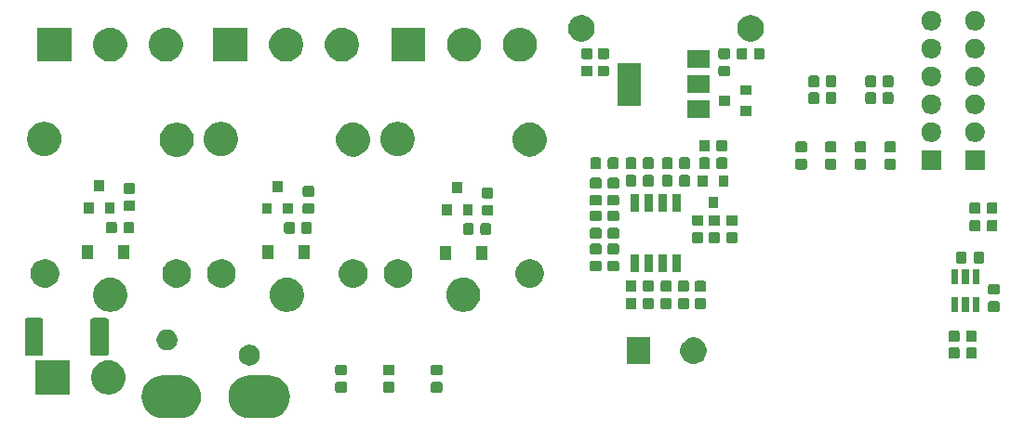
<source format=gbr>
G04 #@! TF.GenerationSoftware,KiCad,Pcbnew,(5.1.5)-3*
G04 #@! TF.CreationDate,2020-10-24T18:19:01+09:00*
G04 #@! TF.ProjectId,wallswitch_schematic_alpha,77616c6c-7377-4697-9463-685f73636865,rev?*
G04 #@! TF.SameCoordinates,Original*
G04 #@! TF.FileFunction,Soldermask,Bot*
G04 #@! TF.FilePolarity,Negative*
%FSLAX46Y46*%
G04 Gerber Fmt 4.6, Leading zero omitted, Abs format (unit mm)*
G04 Created by KiCad (PCBNEW (5.1.5)-3) date 2020-10-24 18:19:01*
%MOMM*%
%LPD*%
G04 APERTURE LIST*
%ADD10C,0.100000*%
G04 APERTURE END LIST*
D10*
G36*
X160363463Y-114663229D02*
G01*
X160731228Y-114774790D01*
X161070162Y-114955954D01*
X161367240Y-115199760D01*
X161611046Y-115496838D01*
X161792210Y-115835772D01*
X161903771Y-116203537D01*
X161941440Y-116586000D01*
X161903771Y-116968463D01*
X161792210Y-117336228D01*
X161611046Y-117675162D01*
X161367240Y-117972240D01*
X161070162Y-118216046D01*
X160731228Y-118397210D01*
X160363463Y-118508771D01*
X160076847Y-118537000D01*
X158185153Y-118537000D01*
X157898537Y-118508771D01*
X157530772Y-118397210D01*
X157191838Y-118216046D01*
X156894760Y-117972240D01*
X156650954Y-117675162D01*
X156469790Y-117336228D01*
X156358229Y-116968463D01*
X156320560Y-116586000D01*
X156358229Y-116203537D01*
X156469790Y-115835772D01*
X156650954Y-115496838D01*
X156894760Y-115199760D01*
X157191838Y-114955954D01*
X157530772Y-114774790D01*
X157898537Y-114663229D01*
X158185153Y-114635000D01*
X160076847Y-114635000D01*
X160363463Y-114663229D01*
G37*
G36*
X152263463Y-114663229D02*
G01*
X152631228Y-114774790D01*
X152970162Y-114955954D01*
X153267240Y-115199760D01*
X153511046Y-115496838D01*
X153692210Y-115835772D01*
X153803771Y-116203537D01*
X153841440Y-116586000D01*
X153803771Y-116968463D01*
X153692210Y-117336228D01*
X153511046Y-117675162D01*
X153267240Y-117972240D01*
X152970162Y-118216046D01*
X152631228Y-118397210D01*
X152263463Y-118508771D01*
X151976847Y-118537000D01*
X150285153Y-118537000D01*
X149998537Y-118508771D01*
X149630772Y-118397210D01*
X149291838Y-118216046D01*
X148994760Y-117972240D01*
X148750954Y-117675162D01*
X148569790Y-117336228D01*
X148458229Y-116968463D01*
X148420560Y-116586000D01*
X148458229Y-116203537D01*
X148569790Y-115835772D01*
X148750954Y-115496838D01*
X148994760Y-115199760D01*
X149291838Y-114955954D01*
X149630772Y-114774790D01*
X149998537Y-114663229D01*
X150285153Y-114635000D01*
X151976847Y-114635000D01*
X152263463Y-114663229D01*
G37*
G36*
X145717585Y-113286802D02*
G01*
X145867410Y-113316604D01*
X146149674Y-113433521D01*
X146403705Y-113603259D01*
X146619741Y-113819295D01*
X146789479Y-114073326D01*
X146906396Y-114355590D01*
X146919785Y-114422901D01*
X146957958Y-114614807D01*
X146966000Y-114655240D01*
X146966000Y-114960760D01*
X146906396Y-115260410D01*
X146789479Y-115542674D01*
X146619741Y-115796705D01*
X146403705Y-116012741D01*
X146149674Y-116182479D01*
X145867410Y-116299396D01*
X145717585Y-116329198D01*
X145567761Y-116359000D01*
X145262239Y-116359000D01*
X145112415Y-116329198D01*
X144962590Y-116299396D01*
X144680326Y-116182479D01*
X144426295Y-116012741D01*
X144210259Y-115796705D01*
X144040521Y-115542674D01*
X143923604Y-115260410D01*
X143864000Y-114960760D01*
X143864000Y-114655240D01*
X143872043Y-114614807D01*
X143910215Y-114422901D01*
X143923604Y-114355590D01*
X144040521Y-114073326D01*
X144210259Y-113819295D01*
X144426295Y-113603259D01*
X144680326Y-113433521D01*
X144962590Y-113316604D01*
X145112415Y-113286802D01*
X145262239Y-113257000D01*
X145567761Y-113257000D01*
X145717585Y-113286802D01*
G37*
G36*
X141886000Y-116359000D02*
G01*
X138784000Y-116359000D01*
X138784000Y-113257000D01*
X141886000Y-113257000D01*
X141886000Y-116359000D01*
G37*
G36*
X166959091Y-115221585D02*
G01*
X166993069Y-115231893D01*
X167024390Y-115248634D01*
X167051839Y-115271161D01*
X167074366Y-115298610D01*
X167091107Y-115329931D01*
X167101415Y-115363909D01*
X167105500Y-115405390D01*
X167105500Y-116006610D01*
X167101415Y-116048091D01*
X167091107Y-116082069D01*
X167074366Y-116113390D01*
X167051839Y-116140839D01*
X167024390Y-116163366D01*
X166993069Y-116180107D01*
X166959091Y-116190415D01*
X166917610Y-116194500D01*
X166241390Y-116194500D01*
X166199909Y-116190415D01*
X166165931Y-116180107D01*
X166134610Y-116163366D01*
X166107161Y-116140839D01*
X166084634Y-116113390D01*
X166067893Y-116082069D01*
X166057585Y-116048091D01*
X166053500Y-116006610D01*
X166053500Y-115405390D01*
X166057585Y-115363909D01*
X166067893Y-115329931D01*
X166084634Y-115298610D01*
X166107161Y-115271161D01*
X166134610Y-115248634D01*
X166165931Y-115231893D01*
X166199909Y-115221585D01*
X166241390Y-115217500D01*
X166917610Y-115217500D01*
X166959091Y-115221585D01*
G37*
G36*
X175659091Y-115221585D02*
G01*
X175693069Y-115231893D01*
X175724390Y-115248634D01*
X175751839Y-115271161D01*
X175774366Y-115298610D01*
X175791107Y-115329931D01*
X175801415Y-115363909D01*
X175805500Y-115405390D01*
X175805500Y-116006610D01*
X175801415Y-116048091D01*
X175791107Y-116082069D01*
X175774366Y-116113390D01*
X175751839Y-116140839D01*
X175724390Y-116163366D01*
X175693069Y-116180107D01*
X175659091Y-116190415D01*
X175617610Y-116194500D01*
X174941390Y-116194500D01*
X174899909Y-116190415D01*
X174865931Y-116180107D01*
X174834610Y-116163366D01*
X174807161Y-116140839D01*
X174784634Y-116113390D01*
X174767893Y-116082069D01*
X174757585Y-116048091D01*
X174753500Y-116006610D01*
X174753500Y-115405390D01*
X174757585Y-115363909D01*
X174767893Y-115329931D01*
X174784634Y-115298610D01*
X174807161Y-115271161D01*
X174834610Y-115248634D01*
X174865931Y-115231893D01*
X174899909Y-115221585D01*
X174941390Y-115217500D01*
X175617610Y-115217500D01*
X175659091Y-115221585D01*
G37*
G36*
X171309091Y-115221585D02*
G01*
X171343069Y-115231893D01*
X171374390Y-115248634D01*
X171401839Y-115271161D01*
X171424366Y-115298610D01*
X171441107Y-115329931D01*
X171451415Y-115363909D01*
X171455500Y-115405390D01*
X171455500Y-116006610D01*
X171451415Y-116048091D01*
X171441107Y-116082069D01*
X171424366Y-116113390D01*
X171401839Y-116140839D01*
X171374390Y-116163366D01*
X171343069Y-116180107D01*
X171309091Y-116190415D01*
X171267610Y-116194500D01*
X170591390Y-116194500D01*
X170549909Y-116190415D01*
X170515931Y-116180107D01*
X170484610Y-116163366D01*
X170457161Y-116140839D01*
X170434634Y-116113390D01*
X170417893Y-116082069D01*
X170407585Y-116048091D01*
X170403500Y-116006610D01*
X170403500Y-115405390D01*
X170407585Y-115363909D01*
X170417893Y-115329931D01*
X170434634Y-115298610D01*
X170457161Y-115271161D01*
X170484610Y-115248634D01*
X170515931Y-115231893D01*
X170549909Y-115221585D01*
X170591390Y-115217500D01*
X171267610Y-115217500D01*
X171309091Y-115221585D01*
G37*
G36*
X175659091Y-113646585D02*
G01*
X175693069Y-113656893D01*
X175724390Y-113673634D01*
X175751839Y-113696161D01*
X175774366Y-113723610D01*
X175791107Y-113754931D01*
X175801415Y-113788909D01*
X175805500Y-113830390D01*
X175805500Y-114431610D01*
X175801415Y-114473091D01*
X175791107Y-114507069D01*
X175774366Y-114538390D01*
X175751839Y-114565839D01*
X175724390Y-114588366D01*
X175693069Y-114605107D01*
X175659091Y-114615415D01*
X175617610Y-114619500D01*
X174941390Y-114619500D01*
X174899909Y-114615415D01*
X174865931Y-114605107D01*
X174834610Y-114588366D01*
X174807161Y-114565839D01*
X174784634Y-114538390D01*
X174767893Y-114507069D01*
X174757585Y-114473091D01*
X174753500Y-114431610D01*
X174753500Y-113830390D01*
X174757585Y-113788909D01*
X174767893Y-113754931D01*
X174784634Y-113723610D01*
X174807161Y-113696161D01*
X174834610Y-113673634D01*
X174865931Y-113656893D01*
X174899909Y-113646585D01*
X174941390Y-113642500D01*
X175617610Y-113642500D01*
X175659091Y-113646585D01*
G37*
G36*
X171309091Y-113646585D02*
G01*
X171343069Y-113656893D01*
X171374390Y-113673634D01*
X171401839Y-113696161D01*
X171424366Y-113723610D01*
X171441107Y-113754931D01*
X171451415Y-113788909D01*
X171455500Y-113830390D01*
X171455500Y-114431610D01*
X171451415Y-114473091D01*
X171441107Y-114507069D01*
X171424366Y-114538390D01*
X171401839Y-114565839D01*
X171374390Y-114588366D01*
X171343069Y-114605107D01*
X171309091Y-114615415D01*
X171267610Y-114619500D01*
X170591390Y-114619500D01*
X170549909Y-114615415D01*
X170515931Y-114605107D01*
X170484610Y-114588366D01*
X170457161Y-114565839D01*
X170434634Y-114538390D01*
X170417893Y-114507069D01*
X170407585Y-114473091D01*
X170403500Y-114431610D01*
X170403500Y-113830390D01*
X170407585Y-113788909D01*
X170417893Y-113754931D01*
X170434634Y-113723610D01*
X170457161Y-113696161D01*
X170484610Y-113673634D01*
X170515931Y-113656893D01*
X170549909Y-113646585D01*
X170591390Y-113642500D01*
X171267610Y-113642500D01*
X171309091Y-113646585D01*
G37*
G36*
X166959091Y-113646585D02*
G01*
X166993069Y-113656893D01*
X167024390Y-113673634D01*
X167051839Y-113696161D01*
X167074366Y-113723610D01*
X167091107Y-113754931D01*
X167101415Y-113788909D01*
X167105500Y-113830390D01*
X167105500Y-114431610D01*
X167101415Y-114473091D01*
X167091107Y-114507069D01*
X167074366Y-114538390D01*
X167051839Y-114565839D01*
X167024390Y-114588366D01*
X166993069Y-114605107D01*
X166959091Y-114615415D01*
X166917610Y-114619500D01*
X166241390Y-114619500D01*
X166199909Y-114615415D01*
X166165931Y-114605107D01*
X166134610Y-114588366D01*
X166107161Y-114565839D01*
X166084634Y-114538390D01*
X166067893Y-114507069D01*
X166057585Y-114473091D01*
X166053500Y-114431610D01*
X166053500Y-113830390D01*
X166057585Y-113788909D01*
X166067893Y-113754931D01*
X166084634Y-113723610D01*
X166107161Y-113696161D01*
X166134610Y-113673634D01*
X166165931Y-113656893D01*
X166199909Y-113646585D01*
X166241390Y-113642500D01*
X166917610Y-113642500D01*
X166959091Y-113646585D01*
G37*
G36*
X158519395Y-111861546D02*
G01*
X158692466Y-111933234D01*
X158692467Y-111933235D01*
X158848227Y-112037310D01*
X158980690Y-112169773D01*
X158980691Y-112169775D01*
X159084766Y-112325534D01*
X159156454Y-112498605D01*
X159193000Y-112682333D01*
X159193000Y-112869667D01*
X159156454Y-113053395D01*
X159084766Y-113226466D01*
X159084765Y-113226467D01*
X158980690Y-113382227D01*
X158848227Y-113514690D01*
X158769818Y-113567081D01*
X158692466Y-113618766D01*
X158519395Y-113690454D01*
X158335667Y-113727000D01*
X158148333Y-113727000D01*
X157964605Y-113690454D01*
X157791534Y-113618766D01*
X157714182Y-113567081D01*
X157635773Y-113514690D01*
X157503310Y-113382227D01*
X157399235Y-113226467D01*
X157399234Y-113226466D01*
X157327546Y-113053395D01*
X157291000Y-112869667D01*
X157291000Y-112682333D01*
X157327546Y-112498605D01*
X157399234Y-112325534D01*
X157503309Y-112169775D01*
X157503310Y-112169773D01*
X157635773Y-112037310D01*
X157791533Y-111933235D01*
X157791534Y-111933234D01*
X157964605Y-111861546D01*
X158148333Y-111825000D01*
X158335667Y-111825000D01*
X158519395Y-111861546D01*
G37*
G36*
X199010318Y-111225153D02*
G01*
X199228885Y-111315687D01*
X199228887Y-111315688D01*
X199425593Y-111447122D01*
X199592878Y-111614407D01*
X199618929Y-111653396D01*
X199724313Y-111811115D01*
X199814847Y-112029682D01*
X199861000Y-112261710D01*
X199861000Y-112498290D01*
X199814847Y-112730318D01*
X199734782Y-112923610D01*
X199724312Y-112948887D01*
X199592878Y-113145593D01*
X199425593Y-113312878D01*
X199228887Y-113444312D01*
X199228886Y-113444313D01*
X199228885Y-113444313D01*
X199010318Y-113534847D01*
X198778290Y-113581000D01*
X198541710Y-113581000D01*
X198309682Y-113534847D01*
X198091115Y-113444313D01*
X198091114Y-113444313D01*
X198091113Y-113444312D01*
X197894407Y-113312878D01*
X197727122Y-113145593D01*
X197595688Y-112948887D01*
X197585218Y-112923610D01*
X197505153Y-112730318D01*
X197459000Y-112498290D01*
X197459000Y-112261710D01*
X197505153Y-112029682D01*
X197595687Y-111811115D01*
X197701071Y-111653396D01*
X197727122Y-111614407D01*
X197894407Y-111447122D01*
X198091113Y-111315688D01*
X198091115Y-111315687D01*
X198309682Y-111225153D01*
X198541710Y-111179000D01*
X198778290Y-111179000D01*
X199010318Y-111225153D01*
G37*
G36*
X194711000Y-113581000D02*
G01*
X192609000Y-113581000D01*
X192609000Y-111179000D01*
X194711000Y-111179000D01*
X194711000Y-113581000D01*
G37*
G36*
X222721591Y-112063585D02*
G01*
X222755569Y-112073893D01*
X222786890Y-112090634D01*
X222814339Y-112113161D01*
X222836866Y-112140610D01*
X222853607Y-112171931D01*
X222863915Y-112205909D01*
X222868000Y-112247390D01*
X222868000Y-112923610D01*
X222863915Y-112965091D01*
X222853607Y-112999069D01*
X222836866Y-113030390D01*
X222814339Y-113057839D01*
X222786890Y-113080366D01*
X222755569Y-113097107D01*
X222721591Y-113107415D01*
X222680110Y-113111500D01*
X222078890Y-113111500D01*
X222037409Y-113107415D01*
X222003431Y-113097107D01*
X221972110Y-113080366D01*
X221944661Y-113057839D01*
X221922134Y-113030390D01*
X221905393Y-112999069D01*
X221895085Y-112965091D01*
X221891000Y-112923610D01*
X221891000Y-112247390D01*
X221895085Y-112205909D01*
X221905393Y-112171931D01*
X221922134Y-112140610D01*
X221944661Y-112113161D01*
X221972110Y-112090634D01*
X222003431Y-112073893D01*
X222037409Y-112063585D01*
X222078890Y-112059500D01*
X222680110Y-112059500D01*
X222721591Y-112063585D01*
G37*
G36*
X224296591Y-112063585D02*
G01*
X224330569Y-112073893D01*
X224361890Y-112090634D01*
X224389339Y-112113161D01*
X224411866Y-112140610D01*
X224428607Y-112171931D01*
X224438915Y-112205909D01*
X224443000Y-112247390D01*
X224443000Y-112923610D01*
X224438915Y-112965091D01*
X224428607Y-112999069D01*
X224411866Y-113030390D01*
X224389339Y-113057839D01*
X224361890Y-113080366D01*
X224330569Y-113097107D01*
X224296591Y-113107415D01*
X224255110Y-113111500D01*
X223653890Y-113111500D01*
X223612409Y-113107415D01*
X223578431Y-113097107D01*
X223547110Y-113080366D01*
X223519661Y-113057839D01*
X223497134Y-113030390D01*
X223480393Y-112999069D01*
X223470085Y-112965091D01*
X223466000Y-112923610D01*
X223466000Y-112247390D01*
X223470085Y-112205909D01*
X223480393Y-112171931D01*
X223497134Y-112140610D01*
X223519661Y-112113161D01*
X223547110Y-112090634D01*
X223578431Y-112073893D01*
X223612409Y-112063585D01*
X223653890Y-112059500D01*
X224255110Y-112059500D01*
X224296591Y-112063585D01*
G37*
G36*
X145258820Y-109403103D02*
G01*
X145292985Y-109413467D01*
X145324464Y-109430293D01*
X145352060Y-109452940D01*
X145374707Y-109480536D01*
X145391533Y-109512015D01*
X145401897Y-109546180D01*
X145406000Y-109587842D01*
X145406000Y-112662158D01*
X145401897Y-112703820D01*
X145391533Y-112737985D01*
X145374707Y-112769464D01*
X145352060Y-112797060D01*
X145324464Y-112819707D01*
X145292985Y-112836533D01*
X145258820Y-112846897D01*
X145217158Y-112851000D01*
X143967842Y-112851000D01*
X143926180Y-112846897D01*
X143892015Y-112836533D01*
X143860536Y-112819707D01*
X143832940Y-112797060D01*
X143810293Y-112769464D01*
X143793467Y-112737985D01*
X143783103Y-112703820D01*
X143779000Y-112662158D01*
X143779000Y-109587842D01*
X143783103Y-109546180D01*
X143793467Y-109512015D01*
X143810293Y-109480536D01*
X143832940Y-109452940D01*
X143860536Y-109430293D01*
X143892015Y-109413467D01*
X143926180Y-109403103D01*
X143967842Y-109399000D01*
X145217158Y-109399000D01*
X145258820Y-109403103D01*
G37*
G36*
X139283820Y-109403103D02*
G01*
X139317985Y-109413467D01*
X139349464Y-109430293D01*
X139377060Y-109452940D01*
X139399707Y-109480536D01*
X139416533Y-109512015D01*
X139426897Y-109546180D01*
X139431000Y-109587842D01*
X139431000Y-112662158D01*
X139426897Y-112703820D01*
X139416533Y-112737985D01*
X139399707Y-112769464D01*
X139377060Y-112797060D01*
X139349464Y-112819707D01*
X139317985Y-112836533D01*
X139283820Y-112846897D01*
X139242158Y-112851000D01*
X137992842Y-112851000D01*
X137951180Y-112846897D01*
X137917015Y-112836533D01*
X137885536Y-112819707D01*
X137857940Y-112797060D01*
X137835293Y-112769464D01*
X137818467Y-112737985D01*
X137808103Y-112703820D01*
X137804000Y-112662158D01*
X137804000Y-109587842D01*
X137808103Y-109546180D01*
X137818467Y-109512015D01*
X137835293Y-109480536D01*
X137857940Y-109452940D01*
X137885536Y-109430293D01*
X137917015Y-109413467D01*
X137951180Y-109403103D01*
X137992842Y-109399000D01*
X139242158Y-109399000D01*
X139283820Y-109403103D01*
G37*
G36*
X151019395Y-110461546D02*
G01*
X151192466Y-110533234D01*
X151238711Y-110564134D01*
X151348227Y-110637310D01*
X151480690Y-110769773D01*
X151480691Y-110769775D01*
X151584766Y-110925534D01*
X151656454Y-111098605D01*
X151693000Y-111282333D01*
X151693000Y-111469667D01*
X151656454Y-111653395D01*
X151584766Y-111826466D01*
X151533081Y-111903818D01*
X151480690Y-111982227D01*
X151348227Y-112114690D01*
X151323759Y-112131039D01*
X151192466Y-112218766D01*
X151019395Y-112290454D01*
X150835667Y-112327000D01*
X150648333Y-112327000D01*
X150464605Y-112290454D01*
X150291534Y-112218766D01*
X150160241Y-112131039D01*
X150135773Y-112114690D01*
X150003310Y-111982227D01*
X149950919Y-111903818D01*
X149899234Y-111826466D01*
X149827546Y-111653395D01*
X149791000Y-111469667D01*
X149791000Y-111282333D01*
X149827546Y-111098605D01*
X149899234Y-110925534D01*
X150003309Y-110769775D01*
X150003310Y-110769773D01*
X150135773Y-110637310D01*
X150245289Y-110564134D01*
X150291534Y-110533234D01*
X150464605Y-110461546D01*
X150648333Y-110425000D01*
X150835667Y-110425000D01*
X151019395Y-110461546D01*
G37*
G36*
X222721591Y-110537085D02*
G01*
X222755569Y-110547393D01*
X222786890Y-110564134D01*
X222814339Y-110586661D01*
X222836866Y-110614110D01*
X222853607Y-110645431D01*
X222863915Y-110679409D01*
X222868000Y-110720890D01*
X222868000Y-111397110D01*
X222863915Y-111438591D01*
X222853607Y-111472569D01*
X222836866Y-111503890D01*
X222814339Y-111531339D01*
X222786890Y-111553866D01*
X222755569Y-111570607D01*
X222721591Y-111580915D01*
X222680110Y-111585000D01*
X222078890Y-111585000D01*
X222037409Y-111580915D01*
X222003431Y-111570607D01*
X221972110Y-111553866D01*
X221944661Y-111531339D01*
X221922134Y-111503890D01*
X221905393Y-111472569D01*
X221895085Y-111438591D01*
X221891000Y-111397110D01*
X221891000Y-110720890D01*
X221895085Y-110679409D01*
X221905393Y-110645431D01*
X221922134Y-110614110D01*
X221944661Y-110586661D01*
X221972110Y-110564134D01*
X222003431Y-110547393D01*
X222037409Y-110537085D01*
X222078890Y-110533000D01*
X222680110Y-110533000D01*
X222721591Y-110537085D01*
G37*
G36*
X224296591Y-110537085D02*
G01*
X224330569Y-110547393D01*
X224361890Y-110564134D01*
X224389339Y-110586661D01*
X224411866Y-110614110D01*
X224428607Y-110645431D01*
X224438915Y-110679409D01*
X224443000Y-110720890D01*
X224443000Y-111397110D01*
X224438915Y-111438591D01*
X224428607Y-111472569D01*
X224411866Y-111503890D01*
X224389339Y-111531339D01*
X224361890Y-111553866D01*
X224330569Y-111570607D01*
X224296591Y-111580915D01*
X224255110Y-111585000D01*
X223653890Y-111585000D01*
X223612409Y-111580915D01*
X223578431Y-111570607D01*
X223547110Y-111553866D01*
X223519661Y-111531339D01*
X223497134Y-111503890D01*
X223480393Y-111472569D01*
X223470085Y-111438591D01*
X223466000Y-111397110D01*
X223466000Y-110720890D01*
X223470085Y-110679409D01*
X223480393Y-110645431D01*
X223497134Y-110614110D01*
X223519661Y-110586661D01*
X223547110Y-110564134D01*
X223578431Y-110547393D01*
X223612409Y-110537085D01*
X223653890Y-110533000D01*
X224255110Y-110533000D01*
X224296591Y-110537085D01*
G37*
G36*
X226388791Y-107872085D02*
G01*
X226422769Y-107882393D01*
X226454090Y-107899134D01*
X226481539Y-107921661D01*
X226504066Y-107949110D01*
X226520807Y-107980431D01*
X226531115Y-108014409D01*
X226535200Y-108055890D01*
X226535200Y-108657110D01*
X226531115Y-108698591D01*
X226520807Y-108732569D01*
X226504066Y-108763890D01*
X226481539Y-108791339D01*
X226454090Y-108813866D01*
X226422769Y-108830607D01*
X226388791Y-108840915D01*
X226347310Y-108845000D01*
X225671090Y-108845000D01*
X225629609Y-108840915D01*
X225595631Y-108830607D01*
X225564310Y-108813866D01*
X225536861Y-108791339D01*
X225514334Y-108763890D01*
X225497593Y-108732569D01*
X225487285Y-108698591D01*
X225483200Y-108657110D01*
X225483200Y-108055890D01*
X225487285Y-108014409D01*
X225497593Y-107980431D01*
X225514334Y-107949110D01*
X225536861Y-107921661D01*
X225564310Y-107899134D01*
X225595631Y-107882393D01*
X225629609Y-107872085D01*
X225671090Y-107868000D01*
X226347310Y-107868000D01*
X226388791Y-107872085D01*
G37*
G36*
X145862585Y-105758802D02*
G01*
X146012410Y-105788604D01*
X146294674Y-105905521D01*
X146548705Y-106075259D01*
X146764741Y-106291295D01*
X146934479Y-106545326D01*
X147051396Y-106827590D01*
X147067687Y-106909490D01*
X147110006Y-107122240D01*
X147111000Y-107127240D01*
X147111000Y-107432760D01*
X147051396Y-107732410D01*
X146934479Y-108014674D01*
X146764741Y-108268705D01*
X146548705Y-108484741D01*
X146294674Y-108654479D01*
X146012410Y-108771396D01*
X145862585Y-108801198D01*
X145712761Y-108831000D01*
X145407239Y-108831000D01*
X145257415Y-108801198D01*
X145107590Y-108771396D01*
X144825326Y-108654479D01*
X144571295Y-108484741D01*
X144355259Y-108268705D01*
X144185521Y-108014674D01*
X144068604Y-107732410D01*
X144009000Y-107432760D01*
X144009000Y-107127240D01*
X144009995Y-107122240D01*
X144052313Y-106909490D01*
X144068604Y-106827590D01*
X144185521Y-106545326D01*
X144355259Y-106291295D01*
X144571295Y-106075259D01*
X144825326Y-105905521D01*
X145107590Y-105788604D01*
X145257415Y-105758802D01*
X145407239Y-105729000D01*
X145712761Y-105729000D01*
X145862585Y-105758802D01*
G37*
G36*
X178012585Y-105753803D02*
G01*
X178162410Y-105783605D01*
X178444674Y-105900522D01*
X178698705Y-106070260D01*
X178914741Y-106286296D01*
X179084479Y-106540327D01*
X179201396Y-106822591D01*
X179223648Y-106934461D01*
X179261000Y-107122240D01*
X179261000Y-107427762D01*
X179252101Y-107472500D01*
X179201396Y-107727411D01*
X179084479Y-108009675D01*
X178914741Y-108263706D01*
X178698705Y-108479742D01*
X178444674Y-108649480D01*
X178162410Y-108766397D01*
X178037018Y-108791339D01*
X177862761Y-108826001D01*
X177557239Y-108826001D01*
X177382982Y-108791339D01*
X177257590Y-108766397D01*
X176975326Y-108649480D01*
X176721295Y-108479742D01*
X176505259Y-108263706D01*
X176335521Y-108009675D01*
X176218604Y-107727411D01*
X176167899Y-107472500D01*
X176159000Y-107427762D01*
X176159000Y-107122240D01*
X176196352Y-106934461D01*
X176218604Y-106822591D01*
X176335521Y-106540327D01*
X176505259Y-106286296D01*
X176721295Y-106070260D01*
X176975326Y-105900522D01*
X177257590Y-105783605D01*
X177407415Y-105753803D01*
X177557239Y-105724001D01*
X177862761Y-105724001D01*
X178012585Y-105753803D01*
G37*
G36*
X161937584Y-105753803D02*
G01*
X162087409Y-105783605D01*
X162369673Y-105900522D01*
X162623704Y-106070260D01*
X162839740Y-106286296D01*
X163009478Y-106540327D01*
X163126395Y-106822591D01*
X163148647Y-106934461D01*
X163185999Y-107122240D01*
X163185999Y-107427762D01*
X163177100Y-107472500D01*
X163126395Y-107727411D01*
X163009478Y-108009675D01*
X162839740Y-108263706D01*
X162623704Y-108479742D01*
X162369673Y-108649480D01*
X162087409Y-108766397D01*
X161962017Y-108791339D01*
X161787760Y-108826001D01*
X161482238Y-108826001D01*
X161307981Y-108791339D01*
X161182589Y-108766397D01*
X160900325Y-108649480D01*
X160646294Y-108479742D01*
X160430258Y-108263706D01*
X160260520Y-108009675D01*
X160143603Y-107727411D01*
X160092898Y-107472500D01*
X160083999Y-107427762D01*
X160083999Y-107122240D01*
X160121351Y-106934461D01*
X160143603Y-106822591D01*
X160260520Y-106540327D01*
X160430258Y-106286296D01*
X160646294Y-106070260D01*
X160900325Y-105900522D01*
X161182589Y-105783605D01*
X161332414Y-105753803D01*
X161482238Y-105724001D01*
X161787760Y-105724001D01*
X161937584Y-105753803D01*
G37*
G36*
X224669400Y-108824500D02*
G01*
X224067400Y-108824500D01*
X224067400Y-107472500D01*
X224669400Y-107472500D01*
X224669400Y-108824500D01*
G37*
G36*
X223719400Y-108824500D02*
G01*
X223117400Y-108824500D01*
X223117400Y-107472500D01*
X223719400Y-107472500D01*
X223719400Y-108824500D01*
G37*
G36*
X222769400Y-108824500D02*
G01*
X222167400Y-108824500D01*
X222167400Y-107472500D01*
X222769400Y-107472500D01*
X222769400Y-108824500D01*
G37*
G36*
X196514591Y-107558085D02*
G01*
X196548569Y-107568393D01*
X196579890Y-107585134D01*
X196607339Y-107607661D01*
X196629866Y-107635110D01*
X196646607Y-107666431D01*
X196656915Y-107700409D01*
X196661000Y-107741890D01*
X196661000Y-108418110D01*
X196656915Y-108459591D01*
X196646607Y-108493569D01*
X196629866Y-108524890D01*
X196607339Y-108552339D01*
X196579890Y-108574866D01*
X196548569Y-108591607D01*
X196514591Y-108601915D01*
X196473110Y-108606000D01*
X195871890Y-108606000D01*
X195830409Y-108601915D01*
X195796431Y-108591607D01*
X195765110Y-108574866D01*
X195737661Y-108552339D01*
X195715134Y-108524890D01*
X195698393Y-108493569D01*
X195688085Y-108459591D01*
X195684000Y-108418110D01*
X195684000Y-107741890D01*
X195688085Y-107700409D01*
X195698393Y-107666431D01*
X195715134Y-107635110D01*
X195737661Y-107607661D01*
X195765110Y-107585134D01*
X195796431Y-107568393D01*
X195830409Y-107558085D01*
X195871890Y-107554000D01*
X196473110Y-107554000D01*
X196514591Y-107558085D01*
G37*
G36*
X193314591Y-107558085D02*
G01*
X193348569Y-107568393D01*
X193379890Y-107585134D01*
X193407339Y-107607661D01*
X193429866Y-107635110D01*
X193446607Y-107666431D01*
X193456915Y-107700409D01*
X193461000Y-107741890D01*
X193461000Y-108418110D01*
X193456915Y-108459591D01*
X193446607Y-108493569D01*
X193429866Y-108524890D01*
X193407339Y-108552339D01*
X193379890Y-108574866D01*
X193348569Y-108591607D01*
X193314591Y-108601915D01*
X193273110Y-108606000D01*
X192671890Y-108606000D01*
X192630409Y-108601915D01*
X192596431Y-108591607D01*
X192565110Y-108574866D01*
X192537661Y-108552339D01*
X192515134Y-108524890D01*
X192498393Y-108493569D01*
X192488085Y-108459591D01*
X192484000Y-108418110D01*
X192484000Y-107741890D01*
X192488085Y-107700409D01*
X192498393Y-107666431D01*
X192515134Y-107635110D01*
X192537661Y-107607661D01*
X192565110Y-107585134D01*
X192596431Y-107568393D01*
X192630409Y-107558085D01*
X192671890Y-107554000D01*
X193273110Y-107554000D01*
X193314591Y-107558085D01*
G37*
G36*
X198089591Y-107558085D02*
G01*
X198123569Y-107568393D01*
X198154890Y-107585134D01*
X198182339Y-107607661D01*
X198204866Y-107635110D01*
X198221607Y-107666431D01*
X198231915Y-107700409D01*
X198236000Y-107741890D01*
X198236000Y-108418110D01*
X198231915Y-108459591D01*
X198221607Y-108493569D01*
X198204866Y-108524890D01*
X198182339Y-108552339D01*
X198154890Y-108574866D01*
X198123569Y-108591607D01*
X198089591Y-108601915D01*
X198048110Y-108606000D01*
X197446890Y-108606000D01*
X197405409Y-108601915D01*
X197371431Y-108591607D01*
X197340110Y-108574866D01*
X197312661Y-108552339D01*
X197290134Y-108524890D01*
X197273393Y-108493569D01*
X197263085Y-108459591D01*
X197259000Y-108418110D01*
X197259000Y-107741890D01*
X197263085Y-107700409D01*
X197273393Y-107666431D01*
X197290134Y-107635110D01*
X197312661Y-107607661D01*
X197340110Y-107585134D01*
X197371431Y-107568393D01*
X197405409Y-107558085D01*
X197446890Y-107554000D01*
X198048110Y-107554000D01*
X198089591Y-107558085D01*
G37*
G36*
X194889591Y-107558085D02*
G01*
X194923569Y-107568393D01*
X194954890Y-107585134D01*
X194982339Y-107607661D01*
X195004866Y-107635110D01*
X195021607Y-107666431D01*
X195031915Y-107700409D01*
X195036000Y-107741890D01*
X195036000Y-108418110D01*
X195031915Y-108459591D01*
X195021607Y-108493569D01*
X195004866Y-108524890D01*
X194982339Y-108552339D01*
X194954890Y-108574866D01*
X194923569Y-108591607D01*
X194889591Y-108601915D01*
X194848110Y-108606000D01*
X194246890Y-108606000D01*
X194205409Y-108601915D01*
X194171431Y-108591607D01*
X194140110Y-108574866D01*
X194112661Y-108552339D01*
X194090134Y-108524890D01*
X194073393Y-108493569D01*
X194063085Y-108459591D01*
X194059000Y-108418110D01*
X194059000Y-107741890D01*
X194063085Y-107700409D01*
X194073393Y-107666431D01*
X194090134Y-107635110D01*
X194112661Y-107607661D01*
X194140110Y-107585134D01*
X194171431Y-107568393D01*
X194205409Y-107558085D01*
X194246890Y-107554000D01*
X194848110Y-107554000D01*
X194889591Y-107558085D01*
G37*
G36*
X199667991Y-107592685D02*
G01*
X199701969Y-107602993D01*
X199733290Y-107619734D01*
X199760739Y-107642261D01*
X199783266Y-107669710D01*
X199800007Y-107701031D01*
X199810315Y-107735009D01*
X199814400Y-107776490D01*
X199814400Y-108377710D01*
X199810315Y-108419191D01*
X199800007Y-108453169D01*
X199783266Y-108484490D01*
X199760739Y-108511939D01*
X199733290Y-108534466D01*
X199701969Y-108551207D01*
X199667991Y-108561515D01*
X199626510Y-108565600D01*
X198950290Y-108565600D01*
X198908809Y-108561515D01*
X198874831Y-108551207D01*
X198843510Y-108534466D01*
X198816061Y-108511939D01*
X198793534Y-108484490D01*
X198776793Y-108453169D01*
X198766485Y-108419191D01*
X198762400Y-108377710D01*
X198762400Y-107776490D01*
X198766485Y-107735009D01*
X198776793Y-107701031D01*
X198793534Y-107669710D01*
X198816061Y-107642261D01*
X198843510Y-107619734D01*
X198874831Y-107602993D01*
X198908809Y-107592685D01*
X198950290Y-107588600D01*
X199626510Y-107588600D01*
X199667991Y-107592685D01*
G37*
G36*
X226388791Y-106297085D02*
G01*
X226422769Y-106307393D01*
X226454090Y-106324134D01*
X226481539Y-106346661D01*
X226504066Y-106374110D01*
X226520807Y-106405431D01*
X226531115Y-106439409D01*
X226535200Y-106480890D01*
X226535200Y-107082110D01*
X226531115Y-107123591D01*
X226520807Y-107157569D01*
X226504066Y-107188890D01*
X226481539Y-107216339D01*
X226454090Y-107238866D01*
X226422769Y-107255607D01*
X226388791Y-107265915D01*
X226347310Y-107270000D01*
X225671090Y-107270000D01*
X225629609Y-107265915D01*
X225595631Y-107255607D01*
X225564310Y-107238866D01*
X225536861Y-107216339D01*
X225514334Y-107188890D01*
X225497593Y-107157569D01*
X225487285Y-107123591D01*
X225483200Y-107082110D01*
X225483200Y-106480890D01*
X225487285Y-106439409D01*
X225497593Y-106405431D01*
X225514334Y-106374110D01*
X225536861Y-106346661D01*
X225564310Y-106324134D01*
X225595631Y-106307393D01*
X225629609Y-106297085D01*
X225671090Y-106293000D01*
X226347310Y-106293000D01*
X226388791Y-106297085D01*
G37*
G36*
X193314591Y-105958085D02*
G01*
X193348569Y-105968393D01*
X193379890Y-105985134D01*
X193407339Y-106007661D01*
X193429866Y-106035110D01*
X193446607Y-106066431D01*
X193456915Y-106100409D01*
X193461000Y-106141890D01*
X193461000Y-106818110D01*
X193456915Y-106859591D01*
X193446607Y-106893569D01*
X193429866Y-106924890D01*
X193407339Y-106952339D01*
X193379890Y-106974866D01*
X193348569Y-106991607D01*
X193314591Y-107001915D01*
X193273110Y-107006000D01*
X192671890Y-107006000D01*
X192630409Y-107001915D01*
X192596431Y-106991607D01*
X192565110Y-106974866D01*
X192537661Y-106952339D01*
X192515134Y-106924890D01*
X192498393Y-106893569D01*
X192488085Y-106859591D01*
X192484000Y-106818110D01*
X192484000Y-106141890D01*
X192488085Y-106100409D01*
X192498393Y-106066431D01*
X192515134Y-106035110D01*
X192537661Y-106007661D01*
X192565110Y-105985134D01*
X192596431Y-105968393D01*
X192630409Y-105958085D01*
X192671890Y-105954000D01*
X193273110Y-105954000D01*
X193314591Y-105958085D01*
G37*
G36*
X196514591Y-105958085D02*
G01*
X196548569Y-105968393D01*
X196579890Y-105985134D01*
X196607339Y-106007661D01*
X196629866Y-106035110D01*
X196646607Y-106066431D01*
X196656915Y-106100409D01*
X196661000Y-106141890D01*
X196661000Y-106818110D01*
X196656915Y-106859591D01*
X196646607Y-106893569D01*
X196629866Y-106924890D01*
X196607339Y-106952339D01*
X196579890Y-106974866D01*
X196548569Y-106991607D01*
X196514591Y-107001915D01*
X196473110Y-107006000D01*
X195871890Y-107006000D01*
X195830409Y-107001915D01*
X195796431Y-106991607D01*
X195765110Y-106974866D01*
X195737661Y-106952339D01*
X195715134Y-106924890D01*
X195698393Y-106893569D01*
X195688085Y-106859591D01*
X195684000Y-106818110D01*
X195684000Y-106141890D01*
X195688085Y-106100409D01*
X195698393Y-106066431D01*
X195715134Y-106035110D01*
X195737661Y-106007661D01*
X195765110Y-105985134D01*
X195796431Y-105968393D01*
X195830409Y-105958085D01*
X195871890Y-105954000D01*
X196473110Y-105954000D01*
X196514591Y-105958085D01*
G37*
G36*
X198089591Y-105958085D02*
G01*
X198123569Y-105968393D01*
X198154890Y-105985134D01*
X198182339Y-106007661D01*
X198204866Y-106035110D01*
X198221607Y-106066431D01*
X198231915Y-106100409D01*
X198236000Y-106141890D01*
X198236000Y-106818110D01*
X198231915Y-106859591D01*
X198221607Y-106893569D01*
X198204866Y-106924890D01*
X198182339Y-106952339D01*
X198154890Y-106974866D01*
X198123569Y-106991607D01*
X198089591Y-107001915D01*
X198048110Y-107006000D01*
X197446890Y-107006000D01*
X197405409Y-107001915D01*
X197371431Y-106991607D01*
X197340110Y-106974866D01*
X197312661Y-106952339D01*
X197290134Y-106924890D01*
X197273393Y-106893569D01*
X197263085Y-106859591D01*
X197259000Y-106818110D01*
X197259000Y-106141890D01*
X197263085Y-106100409D01*
X197273393Y-106066431D01*
X197290134Y-106035110D01*
X197312661Y-106007661D01*
X197340110Y-105985134D01*
X197371431Y-105968393D01*
X197405409Y-105958085D01*
X197446890Y-105954000D01*
X198048110Y-105954000D01*
X198089591Y-105958085D01*
G37*
G36*
X194889591Y-105958085D02*
G01*
X194923569Y-105968393D01*
X194954890Y-105985134D01*
X194982339Y-106007661D01*
X195004866Y-106035110D01*
X195021607Y-106066431D01*
X195031915Y-106100409D01*
X195036000Y-106141890D01*
X195036000Y-106818110D01*
X195031915Y-106859591D01*
X195021607Y-106893569D01*
X195004866Y-106924890D01*
X194982339Y-106952339D01*
X194954890Y-106974866D01*
X194923569Y-106991607D01*
X194889591Y-107001915D01*
X194848110Y-107006000D01*
X194246890Y-107006000D01*
X194205409Y-107001915D01*
X194171431Y-106991607D01*
X194140110Y-106974866D01*
X194112661Y-106952339D01*
X194090134Y-106924890D01*
X194073393Y-106893569D01*
X194063085Y-106859591D01*
X194059000Y-106818110D01*
X194059000Y-106141890D01*
X194063085Y-106100409D01*
X194073393Y-106066431D01*
X194090134Y-106035110D01*
X194112661Y-106007661D01*
X194140110Y-105985134D01*
X194171431Y-105968393D01*
X194205409Y-105958085D01*
X194246890Y-105954000D01*
X194848110Y-105954000D01*
X194889591Y-105958085D01*
G37*
G36*
X199667991Y-106017685D02*
G01*
X199701969Y-106027993D01*
X199733290Y-106044734D01*
X199760739Y-106067261D01*
X199783266Y-106094710D01*
X199800007Y-106126031D01*
X199810315Y-106160009D01*
X199814400Y-106201490D01*
X199814400Y-106802710D01*
X199810315Y-106844191D01*
X199800007Y-106878169D01*
X199783266Y-106909490D01*
X199760739Y-106936939D01*
X199733290Y-106959466D01*
X199701969Y-106976207D01*
X199667991Y-106986515D01*
X199626510Y-106990600D01*
X198950290Y-106990600D01*
X198908809Y-106986515D01*
X198874831Y-106976207D01*
X198843510Y-106959466D01*
X198816061Y-106936939D01*
X198793534Y-106909490D01*
X198776793Y-106878169D01*
X198766485Y-106844191D01*
X198762400Y-106802710D01*
X198762400Y-106201490D01*
X198766485Y-106160009D01*
X198776793Y-106126031D01*
X198793534Y-106094710D01*
X198816061Y-106067261D01*
X198843510Y-106044734D01*
X198874831Y-106027993D01*
X198908809Y-106017685D01*
X198950290Y-106013600D01*
X199626510Y-106013600D01*
X199667991Y-106017685D01*
G37*
G36*
X151989487Y-104078996D02*
G01*
X152226253Y-104177068D01*
X152226255Y-104177069D01*
X152439339Y-104319447D01*
X152620553Y-104500661D01*
X152759591Y-104708746D01*
X152762932Y-104713747D01*
X152861004Y-104950513D01*
X152911000Y-105201861D01*
X152911000Y-105458139D01*
X152861004Y-105709487D01*
X152765002Y-105941256D01*
X152762931Y-105946255D01*
X152620553Y-106159339D01*
X152439339Y-106340553D01*
X152226255Y-106482931D01*
X152226254Y-106482932D01*
X152226253Y-106482932D01*
X151989487Y-106581004D01*
X151738139Y-106631000D01*
X151481861Y-106631000D01*
X151230513Y-106581004D01*
X150993747Y-106482932D01*
X150993746Y-106482932D01*
X150993745Y-106482931D01*
X150780661Y-106340553D01*
X150599447Y-106159339D01*
X150457069Y-105946255D01*
X150454998Y-105941256D01*
X150358996Y-105709487D01*
X150309000Y-105458139D01*
X150309000Y-105201861D01*
X150358996Y-104950513D01*
X150457068Y-104713747D01*
X150460410Y-104708746D01*
X150599447Y-104500661D01*
X150780661Y-104319447D01*
X150993745Y-104177069D01*
X150993747Y-104177068D01*
X151230513Y-104078996D01*
X151481861Y-104029000D01*
X151738139Y-104029000D01*
X151989487Y-104078996D01*
G37*
G36*
X139989487Y-104078996D02*
G01*
X140226253Y-104177068D01*
X140226255Y-104177069D01*
X140439339Y-104319447D01*
X140620553Y-104500661D01*
X140759591Y-104708746D01*
X140762932Y-104713747D01*
X140861004Y-104950513D01*
X140911000Y-105201861D01*
X140911000Y-105458139D01*
X140861004Y-105709487D01*
X140765002Y-105941256D01*
X140762931Y-105946255D01*
X140620553Y-106159339D01*
X140439339Y-106340553D01*
X140226255Y-106482931D01*
X140226254Y-106482932D01*
X140226253Y-106482932D01*
X139989487Y-106581004D01*
X139738139Y-106631000D01*
X139481861Y-106631000D01*
X139230513Y-106581004D01*
X138993747Y-106482932D01*
X138993746Y-106482932D01*
X138993745Y-106482931D01*
X138780661Y-106340553D01*
X138599447Y-106159339D01*
X138457069Y-105946255D01*
X138454998Y-105941256D01*
X138358996Y-105709487D01*
X138309000Y-105458139D01*
X138309000Y-105201861D01*
X138358996Y-104950513D01*
X138457068Y-104713747D01*
X138460410Y-104708746D01*
X138599447Y-104500661D01*
X138780661Y-104319447D01*
X138993745Y-104177069D01*
X138993747Y-104177068D01*
X139230513Y-104078996D01*
X139481861Y-104029000D01*
X139738139Y-104029000D01*
X139989487Y-104078996D01*
G37*
G36*
X156064486Y-104073997D02*
G01*
X156290825Y-104167750D01*
X156301254Y-104172070D01*
X156441218Y-104265591D01*
X156514338Y-104314448D01*
X156695552Y-104495662D01*
X156837931Y-104708748D01*
X156936003Y-104945514D01*
X156985999Y-105196862D01*
X156985999Y-105453140D01*
X156936003Y-105704488D01*
X156854803Y-105900522D01*
X156837930Y-105941256D01*
X156695552Y-106154340D01*
X156514338Y-106335554D01*
X156301254Y-106477932D01*
X156301253Y-106477933D01*
X156301252Y-106477933D01*
X156064486Y-106576005D01*
X155813138Y-106626001D01*
X155556860Y-106626001D01*
X155305512Y-106576005D01*
X155068746Y-106477933D01*
X155068745Y-106477933D01*
X155068744Y-106477932D01*
X154855660Y-106335554D01*
X154674446Y-106154340D01*
X154532068Y-105941256D01*
X154515195Y-105900522D01*
X154433995Y-105704488D01*
X154383999Y-105453140D01*
X154383999Y-105196862D01*
X154433995Y-104945514D01*
X154532067Y-104708748D01*
X154674446Y-104495662D01*
X154855660Y-104314448D01*
X154928780Y-104265591D01*
X155068744Y-104172070D01*
X155079173Y-104167750D01*
X155305512Y-104073997D01*
X155556860Y-104024001D01*
X155813138Y-104024001D01*
X156064486Y-104073997D01*
G37*
G36*
X172139487Y-104073997D02*
G01*
X172365826Y-104167750D01*
X172376255Y-104172070D01*
X172516219Y-104265591D01*
X172589339Y-104314448D01*
X172770553Y-104495662D01*
X172912932Y-104708748D01*
X173011004Y-104945514D01*
X173061000Y-105196862D01*
X173061000Y-105453140D01*
X173011004Y-105704488D01*
X172929804Y-105900522D01*
X172912931Y-105941256D01*
X172770553Y-106154340D01*
X172589339Y-106335554D01*
X172376255Y-106477932D01*
X172376254Y-106477933D01*
X172376253Y-106477933D01*
X172139487Y-106576005D01*
X171888139Y-106626001D01*
X171631861Y-106626001D01*
X171380513Y-106576005D01*
X171143747Y-106477933D01*
X171143746Y-106477933D01*
X171143745Y-106477932D01*
X170930661Y-106335554D01*
X170749447Y-106154340D01*
X170607069Y-105941256D01*
X170590196Y-105900522D01*
X170508996Y-105704488D01*
X170459000Y-105453140D01*
X170459000Y-105196862D01*
X170508996Y-104945514D01*
X170607068Y-104708748D01*
X170749447Y-104495662D01*
X170930661Y-104314448D01*
X171003781Y-104265591D01*
X171143745Y-104172070D01*
X171154174Y-104167750D01*
X171380513Y-104073997D01*
X171631861Y-104024001D01*
X171888139Y-104024001D01*
X172139487Y-104073997D01*
G37*
G36*
X184139487Y-104073997D02*
G01*
X184365826Y-104167750D01*
X184376255Y-104172070D01*
X184516219Y-104265591D01*
X184589339Y-104314448D01*
X184770553Y-104495662D01*
X184912932Y-104708748D01*
X185011004Y-104945514D01*
X185061000Y-105196862D01*
X185061000Y-105453140D01*
X185011004Y-105704488D01*
X184929804Y-105900522D01*
X184912931Y-105941256D01*
X184770553Y-106154340D01*
X184589339Y-106335554D01*
X184376255Y-106477932D01*
X184376254Y-106477933D01*
X184376253Y-106477933D01*
X184139487Y-106576005D01*
X183888139Y-106626001D01*
X183631861Y-106626001D01*
X183380513Y-106576005D01*
X183143747Y-106477933D01*
X183143746Y-106477933D01*
X183143745Y-106477932D01*
X182930661Y-106335554D01*
X182749447Y-106154340D01*
X182607069Y-105941256D01*
X182590196Y-105900522D01*
X182508996Y-105704488D01*
X182459000Y-105453140D01*
X182459000Y-105196862D01*
X182508996Y-104945514D01*
X182607068Y-104708748D01*
X182749447Y-104495662D01*
X182930661Y-104314448D01*
X183003781Y-104265591D01*
X183143745Y-104172070D01*
X183154174Y-104167750D01*
X183380513Y-104073997D01*
X183631861Y-104024001D01*
X183888139Y-104024001D01*
X184139487Y-104073997D01*
G37*
G36*
X168064486Y-104073997D02*
G01*
X168290825Y-104167750D01*
X168301254Y-104172070D01*
X168441218Y-104265591D01*
X168514338Y-104314448D01*
X168695552Y-104495662D01*
X168837931Y-104708748D01*
X168936003Y-104945514D01*
X168985999Y-105196862D01*
X168985999Y-105453140D01*
X168936003Y-105704488D01*
X168854803Y-105900522D01*
X168837930Y-105941256D01*
X168695552Y-106154340D01*
X168514338Y-106335554D01*
X168301254Y-106477932D01*
X168301253Y-106477933D01*
X168301252Y-106477933D01*
X168064486Y-106576005D01*
X167813138Y-106626001D01*
X167556860Y-106626001D01*
X167305512Y-106576005D01*
X167068746Y-106477933D01*
X167068745Y-106477933D01*
X167068744Y-106477932D01*
X166855660Y-106335554D01*
X166674446Y-106154340D01*
X166532068Y-105941256D01*
X166515195Y-105900522D01*
X166433995Y-105704488D01*
X166383999Y-105453140D01*
X166383999Y-105196862D01*
X166433995Y-104945514D01*
X166532067Y-104708748D01*
X166674446Y-104495662D01*
X166855660Y-104314448D01*
X166928780Y-104265591D01*
X167068744Y-104172070D01*
X167079173Y-104167750D01*
X167305512Y-104073997D01*
X167556860Y-104024001D01*
X167813138Y-104024001D01*
X168064486Y-104073997D01*
G37*
G36*
X222769400Y-106324500D02*
G01*
X222167400Y-106324500D01*
X222167400Y-104972500D01*
X222769400Y-104972500D01*
X222769400Y-106324500D01*
G37*
G36*
X223719400Y-106324500D02*
G01*
X223117400Y-106324500D01*
X223117400Y-104972500D01*
X223719400Y-104972500D01*
X223719400Y-106324500D01*
G37*
G36*
X224669400Y-106324500D02*
G01*
X224067400Y-106324500D01*
X224067400Y-104972500D01*
X224669400Y-104972500D01*
X224669400Y-106324500D01*
G37*
G36*
X197511000Y-105241000D02*
G01*
X196759000Y-105241000D01*
X196759000Y-103639000D01*
X197511000Y-103639000D01*
X197511000Y-105241000D01*
G37*
G36*
X196241000Y-105241000D02*
G01*
X195489000Y-105241000D01*
X195489000Y-103639000D01*
X196241000Y-103639000D01*
X196241000Y-105241000D01*
G37*
G36*
X193701000Y-105241000D02*
G01*
X192949000Y-105241000D01*
X192949000Y-103639000D01*
X193701000Y-103639000D01*
X193701000Y-105241000D01*
G37*
G36*
X194971000Y-105241000D02*
G01*
X194219000Y-105241000D01*
X194219000Y-103639000D01*
X194971000Y-103639000D01*
X194971000Y-105241000D01*
G37*
G36*
X191739591Y-104183085D02*
G01*
X191773569Y-104193393D01*
X191804890Y-104210134D01*
X191832339Y-104232661D01*
X191854866Y-104260110D01*
X191871607Y-104291431D01*
X191881915Y-104325409D01*
X191886000Y-104366890D01*
X191886000Y-104968110D01*
X191881915Y-105009591D01*
X191871607Y-105043569D01*
X191854866Y-105074890D01*
X191832339Y-105102339D01*
X191804890Y-105124866D01*
X191773569Y-105141607D01*
X191739591Y-105151915D01*
X191698110Y-105156000D01*
X191021890Y-105156000D01*
X190980409Y-105151915D01*
X190946431Y-105141607D01*
X190915110Y-105124866D01*
X190887661Y-105102339D01*
X190865134Y-105074890D01*
X190848393Y-105043569D01*
X190838085Y-105009591D01*
X190834000Y-104968110D01*
X190834000Y-104366890D01*
X190838085Y-104325409D01*
X190848393Y-104291431D01*
X190865134Y-104260110D01*
X190887661Y-104232661D01*
X190915110Y-104210134D01*
X190946431Y-104193393D01*
X190980409Y-104183085D01*
X191021890Y-104179000D01*
X191698110Y-104179000D01*
X191739591Y-104183085D01*
G37*
G36*
X190139591Y-104183085D02*
G01*
X190173569Y-104193393D01*
X190204890Y-104210134D01*
X190232339Y-104232661D01*
X190254866Y-104260110D01*
X190271607Y-104291431D01*
X190281915Y-104325409D01*
X190286000Y-104366890D01*
X190286000Y-104968110D01*
X190281915Y-105009591D01*
X190271607Y-105043569D01*
X190254866Y-105074890D01*
X190232339Y-105102339D01*
X190204890Y-105124866D01*
X190173569Y-105141607D01*
X190139591Y-105151915D01*
X190098110Y-105156000D01*
X189421890Y-105156000D01*
X189380409Y-105151915D01*
X189346431Y-105141607D01*
X189315110Y-105124866D01*
X189287661Y-105102339D01*
X189265134Y-105074890D01*
X189248393Y-105043569D01*
X189238085Y-105009591D01*
X189234000Y-104968110D01*
X189234000Y-104366890D01*
X189238085Y-104325409D01*
X189248393Y-104291431D01*
X189265134Y-104260110D01*
X189287661Y-104232661D01*
X189315110Y-104210134D01*
X189346431Y-104193393D01*
X189380409Y-104183085D01*
X189421890Y-104179000D01*
X190098110Y-104179000D01*
X190139591Y-104183085D01*
G37*
G36*
X224967091Y-103364085D02*
G01*
X225001069Y-103374393D01*
X225032390Y-103391134D01*
X225059839Y-103413661D01*
X225082366Y-103441110D01*
X225099107Y-103472431D01*
X225109415Y-103506409D01*
X225113500Y-103547890D01*
X225113500Y-104224110D01*
X225109415Y-104265591D01*
X225099107Y-104299569D01*
X225082366Y-104330890D01*
X225059839Y-104358339D01*
X225032390Y-104380866D01*
X225001069Y-104397607D01*
X224967091Y-104407915D01*
X224925610Y-104412000D01*
X224324390Y-104412000D01*
X224282909Y-104407915D01*
X224248931Y-104397607D01*
X224217610Y-104380866D01*
X224190161Y-104358339D01*
X224167634Y-104330890D01*
X224150893Y-104299569D01*
X224140585Y-104265591D01*
X224136500Y-104224110D01*
X224136500Y-103547890D01*
X224140585Y-103506409D01*
X224150893Y-103472431D01*
X224167634Y-103441110D01*
X224190161Y-103413661D01*
X224217610Y-103391134D01*
X224248931Y-103374393D01*
X224282909Y-103364085D01*
X224324390Y-103360000D01*
X224925610Y-103360000D01*
X224967091Y-103364085D01*
G37*
G36*
X223392091Y-103364085D02*
G01*
X223426069Y-103374393D01*
X223457390Y-103391134D01*
X223484839Y-103413661D01*
X223507366Y-103441110D01*
X223524107Y-103472431D01*
X223534415Y-103506409D01*
X223538500Y-103547890D01*
X223538500Y-104224110D01*
X223534415Y-104265591D01*
X223524107Y-104299569D01*
X223507366Y-104330890D01*
X223484839Y-104358339D01*
X223457390Y-104380866D01*
X223426069Y-104397607D01*
X223392091Y-104407915D01*
X223350610Y-104412000D01*
X222749390Y-104412000D01*
X222707909Y-104407915D01*
X222673931Y-104397607D01*
X222642610Y-104380866D01*
X222615161Y-104358339D01*
X222592634Y-104330890D01*
X222575893Y-104299569D01*
X222565585Y-104265591D01*
X222561500Y-104224110D01*
X222561500Y-103547890D01*
X222565585Y-103506409D01*
X222575893Y-103472431D01*
X222592634Y-103441110D01*
X222615161Y-103413661D01*
X222642610Y-103391134D01*
X222673931Y-103374393D01*
X222707909Y-103364085D01*
X222749390Y-103360000D01*
X223350610Y-103360000D01*
X223392091Y-103364085D01*
G37*
G36*
X179911000Y-104131000D02*
G01*
X178909000Y-104131000D01*
X178909000Y-102829000D01*
X179911000Y-102829000D01*
X179911000Y-104131000D01*
G37*
G36*
X176611000Y-104131000D02*
G01*
X175609000Y-104131000D01*
X175609000Y-102829000D01*
X176611000Y-102829000D01*
X176611000Y-104131000D01*
G37*
G36*
X163711000Y-104031000D02*
G01*
X162709000Y-104031000D01*
X162709000Y-102729000D01*
X163711000Y-102729000D01*
X163711000Y-104031000D01*
G37*
G36*
X160411000Y-104031000D02*
G01*
X159409000Y-104031000D01*
X159409000Y-102729000D01*
X160411000Y-102729000D01*
X160411000Y-104031000D01*
G37*
G36*
X147311000Y-104016600D02*
G01*
X146309000Y-104016600D01*
X146309000Y-102714600D01*
X147311000Y-102714600D01*
X147311000Y-104016600D01*
G37*
G36*
X144011000Y-104016600D02*
G01*
X143009000Y-104016600D01*
X143009000Y-102714600D01*
X144011000Y-102714600D01*
X144011000Y-104016600D01*
G37*
G36*
X191739591Y-102608085D02*
G01*
X191773569Y-102618393D01*
X191804890Y-102635134D01*
X191832339Y-102657661D01*
X191854866Y-102685110D01*
X191871607Y-102716431D01*
X191881915Y-102750409D01*
X191886000Y-102791890D01*
X191886000Y-103393110D01*
X191881915Y-103434591D01*
X191871607Y-103468569D01*
X191854866Y-103499890D01*
X191832339Y-103527339D01*
X191804890Y-103549866D01*
X191773569Y-103566607D01*
X191739591Y-103576915D01*
X191698110Y-103581000D01*
X191021890Y-103581000D01*
X190980409Y-103576915D01*
X190946431Y-103566607D01*
X190915110Y-103549866D01*
X190887661Y-103527339D01*
X190865134Y-103499890D01*
X190848393Y-103468569D01*
X190838085Y-103434591D01*
X190834000Y-103393110D01*
X190834000Y-102791890D01*
X190838085Y-102750409D01*
X190848393Y-102716431D01*
X190865134Y-102685110D01*
X190887661Y-102657661D01*
X190915110Y-102635134D01*
X190946431Y-102618393D01*
X190980409Y-102608085D01*
X191021890Y-102604000D01*
X191698110Y-102604000D01*
X191739591Y-102608085D01*
G37*
G36*
X190139591Y-102608085D02*
G01*
X190173569Y-102618393D01*
X190204890Y-102635134D01*
X190232339Y-102657661D01*
X190254866Y-102685110D01*
X190271607Y-102716431D01*
X190281915Y-102750409D01*
X190286000Y-102791890D01*
X190286000Y-103393110D01*
X190281915Y-103434591D01*
X190271607Y-103468569D01*
X190254866Y-103499890D01*
X190232339Y-103527339D01*
X190204890Y-103549866D01*
X190173569Y-103566607D01*
X190139591Y-103576915D01*
X190098110Y-103581000D01*
X189421890Y-103581000D01*
X189380409Y-103576915D01*
X189346431Y-103566607D01*
X189315110Y-103549866D01*
X189287661Y-103527339D01*
X189265134Y-103499890D01*
X189248393Y-103468569D01*
X189238085Y-103434591D01*
X189234000Y-103393110D01*
X189234000Y-102791890D01*
X189238085Y-102750409D01*
X189248393Y-102716431D01*
X189265134Y-102685110D01*
X189287661Y-102657661D01*
X189315110Y-102635134D01*
X189346431Y-102618393D01*
X189380409Y-102608085D01*
X189421890Y-102604000D01*
X190098110Y-102604000D01*
X190139591Y-102608085D01*
G37*
G36*
X199419591Y-101583085D02*
G01*
X199453569Y-101593393D01*
X199484890Y-101610134D01*
X199512339Y-101632661D01*
X199534866Y-101660110D01*
X199551607Y-101691431D01*
X199561915Y-101725409D01*
X199566000Y-101766890D01*
X199566000Y-102368110D01*
X199561915Y-102409591D01*
X199551607Y-102443569D01*
X199534866Y-102474890D01*
X199512339Y-102502339D01*
X199484890Y-102524866D01*
X199453569Y-102541607D01*
X199419591Y-102551915D01*
X199378110Y-102556000D01*
X198701890Y-102556000D01*
X198660409Y-102551915D01*
X198626431Y-102541607D01*
X198595110Y-102524866D01*
X198567661Y-102502339D01*
X198545134Y-102474890D01*
X198528393Y-102443569D01*
X198518085Y-102409591D01*
X198514000Y-102368110D01*
X198514000Y-101766890D01*
X198518085Y-101725409D01*
X198528393Y-101691431D01*
X198545134Y-101660110D01*
X198567661Y-101632661D01*
X198595110Y-101610134D01*
X198626431Y-101593393D01*
X198660409Y-101583085D01*
X198701890Y-101579000D01*
X199378110Y-101579000D01*
X199419591Y-101583085D01*
G37*
G36*
X200939591Y-101583085D02*
G01*
X200973569Y-101593393D01*
X201004890Y-101610134D01*
X201032339Y-101632661D01*
X201054866Y-101660110D01*
X201071607Y-101691431D01*
X201081915Y-101725409D01*
X201086000Y-101766890D01*
X201086000Y-102368110D01*
X201081915Y-102409591D01*
X201071607Y-102443569D01*
X201054866Y-102474890D01*
X201032339Y-102502339D01*
X201004890Y-102524866D01*
X200973569Y-102541607D01*
X200939591Y-102551915D01*
X200898110Y-102556000D01*
X200221890Y-102556000D01*
X200180409Y-102551915D01*
X200146431Y-102541607D01*
X200115110Y-102524866D01*
X200087661Y-102502339D01*
X200065134Y-102474890D01*
X200048393Y-102443569D01*
X200038085Y-102409591D01*
X200034000Y-102368110D01*
X200034000Y-101766890D01*
X200038085Y-101725409D01*
X200048393Y-101691431D01*
X200065134Y-101660110D01*
X200087661Y-101632661D01*
X200115110Y-101610134D01*
X200146431Y-101593393D01*
X200180409Y-101583085D01*
X200221890Y-101579000D01*
X200898110Y-101579000D01*
X200939591Y-101583085D01*
G37*
G36*
X202539591Y-101583085D02*
G01*
X202573569Y-101593393D01*
X202604890Y-101610134D01*
X202632339Y-101632661D01*
X202654866Y-101660110D01*
X202671607Y-101691431D01*
X202681915Y-101725409D01*
X202686000Y-101766890D01*
X202686000Y-102368110D01*
X202681915Y-102409591D01*
X202671607Y-102443569D01*
X202654866Y-102474890D01*
X202632339Y-102502339D01*
X202604890Y-102524866D01*
X202573569Y-102541607D01*
X202539591Y-102551915D01*
X202498110Y-102556000D01*
X201821890Y-102556000D01*
X201780409Y-102551915D01*
X201746431Y-102541607D01*
X201715110Y-102524866D01*
X201687661Y-102502339D01*
X201665134Y-102474890D01*
X201648393Y-102443569D01*
X201638085Y-102409591D01*
X201634000Y-102368110D01*
X201634000Y-101766890D01*
X201638085Y-101725409D01*
X201648393Y-101691431D01*
X201665134Y-101660110D01*
X201687661Y-101632661D01*
X201715110Y-101610134D01*
X201746431Y-101593393D01*
X201780409Y-101583085D01*
X201821890Y-101579000D01*
X202498110Y-101579000D01*
X202539591Y-101583085D01*
G37*
G36*
X191739591Y-101183085D02*
G01*
X191773569Y-101193393D01*
X191804890Y-101210134D01*
X191832339Y-101232661D01*
X191854866Y-101260110D01*
X191871607Y-101291431D01*
X191881915Y-101325409D01*
X191886000Y-101366890D01*
X191886000Y-101968110D01*
X191881915Y-102009591D01*
X191871607Y-102043569D01*
X191854866Y-102074890D01*
X191832339Y-102102339D01*
X191804890Y-102124866D01*
X191773569Y-102141607D01*
X191739591Y-102151915D01*
X191698110Y-102156000D01*
X191021890Y-102156000D01*
X190980409Y-102151915D01*
X190946431Y-102141607D01*
X190915110Y-102124866D01*
X190887661Y-102102339D01*
X190865134Y-102074890D01*
X190848393Y-102043569D01*
X190838085Y-102009591D01*
X190834000Y-101968110D01*
X190834000Y-101366890D01*
X190838085Y-101325409D01*
X190848393Y-101291431D01*
X190865134Y-101260110D01*
X190887661Y-101232661D01*
X190915110Y-101210134D01*
X190946431Y-101193393D01*
X190980409Y-101183085D01*
X191021890Y-101179000D01*
X191698110Y-101179000D01*
X191739591Y-101183085D01*
G37*
G36*
X190139591Y-101183085D02*
G01*
X190173569Y-101193393D01*
X190204890Y-101210134D01*
X190232339Y-101232661D01*
X190254866Y-101260110D01*
X190271607Y-101291431D01*
X190281915Y-101325409D01*
X190286000Y-101366890D01*
X190286000Y-101968110D01*
X190281915Y-102009591D01*
X190271607Y-102043569D01*
X190254866Y-102074890D01*
X190232339Y-102102339D01*
X190204890Y-102124866D01*
X190173569Y-102141607D01*
X190139591Y-102151915D01*
X190098110Y-102156000D01*
X189421890Y-102156000D01*
X189380409Y-102151915D01*
X189346431Y-102141607D01*
X189315110Y-102124866D01*
X189287661Y-102102339D01*
X189265134Y-102074890D01*
X189248393Y-102043569D01*
X189238085Y-102009591D01*
X189234000Y-101968110D01*
X189234000Y-101366890D01*
X189238085Y-101325409D01*
X189248393Y-101291431D01*
X189265134Y-101260110D01*
X189287661Y-101232661D01*
X189315110Y-101210134D01*
X189346431Y-101193393D01*
X189380409Y-101183085D01*
X189421890Y-101179000D01*
X190098110Y-101179000D01*
X190139591Y-101183085D01*
G37*
G36*
X178514591Y-100758085D02*
G01*
X178548569Y-100768393D01*
X178579890Y-100785134D01*
X178607339Y-100807661D01*
X178629866Y-100835110D01*
X178646607Y-100866431D01*
X178656915Y-100900409D01*
X178661000Y-100941890D01*
X178661000Y-101618110D01*
X178656915Y-101659591D01*
X178646607Y-101693569D01*
X178629866Y-101724890D01*
X178607339Y-101752339D01*
X178579890Y-101774866D01*
X178548569Y-101791607D01*
X178514591Y-101801915D01*
X178473110Y-101806000D01*
X177871890Y-101806000D01*
X177830409Y-101801915D01*
X177796431Y-101791607D01*
X177765110Y-101774866D01*
X177737661Y-101752339D01*
X177715134Y-101724890D01*
X177698393Y-101693569D01*
X177688085Y-101659591D01*
X177684000Y-101618110D01*
X177684000Y-100941890D01*
X177688085Y-100900409D01*
X177698393Y-100866431D01*
X177715134Y-100835110D01*
X177737661Y-100807661D01*
X177765110Y-100785134D01*
X177796431Y-100768393D01*
X177830409Y-100758085D01*
X177871890Y-100754000D01*
X178473110Y-100754000D01*
X178514591Y-100758085D01*
G37*
G36*
X180089591Y-100758085D02*
G01*
X180123569Y-100768393D01*
X180154890Y-100785134D01*
X180182339Y-100807661D01*
X180204866Y-100835110D01*
X180221607Y-100866431D01*
X180231915Y-100900409D01*
X180236000Y-100941890D01*
X180236000Y-101618110D01*
X180231915Y-101659591D01*
X180221607Y-101693569D01*
X180204866Y-101724890D01*
X180182339Y-101752339D01*
X180154890Y-101774866D01*
X180123569Y-101791607D01*
X180089591Y-101801915D01*
X180048110Y-101806000D01*
X179446890Y-101806000D01*
X179405409Y-101801915D01*
X179371431Y-101791607D01*
X179340110Y-101774866D01*
X179312661Y-101752339D01*
X179290134Y-101724890D01*
X179273393Y-101693569D01*
X179263085Y-101659591D01*
X179259000Y-101618110D01*
X179259000Y-100941890D01*
X179263085Y-100900409D01*
X179273393Y-100866431D01*
X179290134Y-100835110D01*
X179312661Y-100807661D01*
X179340110Y-100785134D01*
X179371431Y-100768393D01*
X179405409Y-100758085D01*
X179446890Y-100754000D01*
X180048110Y-100754000D01*
X180089591Y-100758085D01*
G37*
G36*
X162214591Y-100658085D02*
G01*
X162248569Y-100668393D01*
X162279890Y-100685134D01*
X162307339Y-100707661D01*
X162329866Y-100735110D01*
X162346607Y-100766431D01*
X162356915Y-100800409D01*
X162361000Y-100841890D01*
X162361000Y-101518110D01*
X162356915Y-101559591D01*
X162346607Y-101593569D01*
X162329866Y-101624890D01*
X162307339Y-101652339D01*
X162279890Y-101674866D01*
X162248569Y-101691607D01*
X162214591Y-101701915D01*
X162173110Y-101706000D01*
X161571890Y-101706000D01*
X161530409Y-101701915D01*
X161496431Y-101691607D01*
X161465110Y-101674866D01*
X161437661Y-101652339D01*
X161415134Y-101624890D01*
X161398393Y-101593569D01*
X161388085Y-101559591D01*
X161384000Y-101518110D01*
X161384000Y-100841890D01*
X161388085Y-100800409D01*
X161398393Y-100766431D01*
X161415134Y-100735110D01*
X161437661Y-100707661D01*
X161465110Y-100685134D01*
X161496431Y-100668393D01*
X161530409Y-100658085D01*
X161571890Y-100654000D01*
X162173110Y-100654000D01*
X162214591Y-100658085D01*
G37*
G36*
X163789591Y-100658085D02*
G01*
X163823569Y-100668393D01*
X163854890Y-100685134D01*
X163882339Y-100707661D01*
X163904866Y-100735110D01*
X163921607Y-100766431D01*
X163931915Y-100800409D01*
X163936000Y-100841890D01*
X163936000Y-101518110D01*
X163931915Y-101559591D01*
X163921607Y-101593569D01*
X163904866Y-101624890D01*
X163882339Y-101652339D01*
X163854890Y-101674866D01*
X163823569Y-101691607D01*
X163789591Y-101701915D01*
X163748110Y-101706000D01*
X163146890Y-101706000D01*
X163105409Y-101701915D01*
X163071431Y-101691607D01*
X163040110Y-101674866D01*
X163012661Y-101652339D01*
X162990134Y-101624890D01*
X162973393Y-101593569D01*
X162963085Y-101559591D01*
X162959000Y-101518110D01*
X162959000Y-100841890D01*
X162963085Y-100800409D01*
X162973393Y-100766431D01*
X162990134Y-100735110D01*
X163012661Y-100707661D01*
X163040110Y-100685134D01*
X163071431Y-100668393D01*
X163105409Y-100658085D01*
X163146890Y-100654000D01*
X163748110Y-100654000D01*
X163789591Y-100658085D01*
G37*
G36*
X146014591Y-100643685D02*
G01*
X146048569Y-100653993D01*
X146079890Y-100670734D01*
X146107339Y-100693261D01*
X146129866Y-100720710D01*
X146146607Y-100752031D01*
X146156915Y-100786009D01*
X146161000Y-100827490D01*
X146161000Y-101503710D01*
X146156915Y-101545191D01*
X146146607Y-101579169D01*
X146129866Y-101610490D01*
X146107339Y-101637939D01*
X146079890Y-101660466D01*
X146048569Y-101677207D01*
X146014591Y-101687515D01*
X145973110Y-101691600D01*
X145371890Y-101691600D01*
X145330409Y-101687515D01*
X145296431Y-101677207D01*
X145265110Y-101660466D01*
X145237661Y-101637939D01*
X145215134Y-101610490D01*
X145198393Y-101579169D01*
X145188085Y-101545191D01*
X145184000Y-101503710D01*
X145184000Y-100827490D01*
X145188085Y-100786009D01*
X145198393Y-100752031D01*
X145215134Y-100720710D01*
X145237661Y-100693261D01*
X145265110Y-100670734D01*
X145296431Y-100653993D01*
X145330409Y-100643685D01*
X145371890Y-100639600D01*
X145973110Y-100639600D01*
X146014591Y-100643685D01*
G37*
G36*
X147589591Y-100643685D02*
G01*
X147623569Y-100653993D01*
X147654890Y-100670734D01*
X147682339Y-100693261D01*
X147704866Y-100720710D01*
X147721607Y-100752031D01*
X147731915Y-100786009D01*
X147736000Y-100827490D01*
X147736000Y-101503710D01*
X147731915Y-101545191D01*
X147721607Y-101579169D01*
X147704866Y-101610490D01*
X147682339Y-101637939D01*
X147654890Y-101660466D01*
X147623569Y-101677207D01*
X147589591Y-101687515D01*
X147548110Y-101691600D01*
X146946890Y-101691600D01*
X146905409Y-101687515D01*
X146871431Y-101677207D01*
X146840110Y-101660466D01*
X146812661Y-101637939D01*
X146790134Y-101610490D01*
X146773393Y-101579169D01*
X146763085Y-101545191D01*
X146759000Y-101503710D01*
X146759000Y-100827490D01*
X146763085Y-100786009D01*
X146773393Y-100752031D01*
X146790134Y-100720710D01*
X146812661Y-100693261D01*
X146840110Y-100670734D01*
X146871431Y-100653993D01*
X146905409Y-100643685D01*
X146946890Y-100639600D01*
X147548110Y-100639600D01*
X147589591Y-100643685D01*
G37*
G36*
X224614591Y-100458085D02*
G01*
X224648569Y-100468393D01*
X224679890Y-100485134D01*
X224707339Y-100507661D01*
X224729866Y-100535110D01*
X224746607Y-100566431D01*
X224756915Y-100600409D01*
X224761000Y-100641890D01*
X224761000Y-101318110D01*
X224756915Y-101359591D01*
X224746607Y-101393569D01*
X224729866Y-101424890D01*
X224707339Y-101452339D01*
X224679890Y-101474866D01*
X224648569Y-101491607D01*
X224614591Y-101501915D01*
X224573110Y-101506000D01*
X223971890Y-101506000D01*
X223930409Y-101501915D01*
X223896431Y-101491607D01*
X223865110Y-101474866D01*
X223837661Y-101452339D01*
X223815134Y-101424890D01*
X223798393Y-101393569D01*
X223788085Y-101359591D01*
X223784000Y-101318110D01*
X223784000Y-100641890D01*
X223788085Y-100600409D01*
X223798393Y-100566431D01*
X223815134Y-100535110D01*
X223837661Y-100507661D01*
X223865110Y-100485134D01*
X223896431Y-100468393D01*
X223930409Y-100458085D01*
X223971890Y-100454000D01*
X224573110Y-100454000D01*
X224614591Y-100458085D01*
G37*
G36*
X226189591Y-100458085D02*
G01*
X226223569Y-100468393D01*
X226254890Y-100485134D01*
X226282339Y-100507661D01*
X226304866Y-100535110D01*
X226321607Y-100566431D01*
X226331915Y-100600409D01*
X226336000Y-100641890D01*
X226336000Y-101318110D01*
X226331915Y-101359591D01*
X226321607Y-101393569D01*
X226304866Y-101424890D01*
X226282339Y-101452339D01*
X226254890Y-101474866D01*
X226223569Y-101491607D01*
X226189591Y-101501915D01*
X226148110Y-101506000D01*
X225546890Y-101506000D01*
X225505409Y-101501915D01*
X225471431Y-101491607D01*
X225440110Y-101474866D01*
X225412661Y-101452339D01*
X225390134Y-101424890D01*
X225373393Y-101393569D01*
X225363085Y-101359591D01*
X225359000Y-101318110D01*
X225359000Y-100641890D01*
X225363085Y-100600409D01*
X225373393Y-100566431D01*
X225390134Y-100535110D01*
X225412661Y-100507661D01*
X225440110Y-100485134D01*
X225471431Y-100468393D01*
X225505409Y-100458085D01*
X225546890Y-100454000D01*
X226148110Y-100454000D01*
X226189591Y-100458085D01*
G37*
G36*
X199419591Y-100008085D02*
G01*
X199453569Y-100018393D01*
X199484890Y-100035134D01*
X199512339Y-100057661D01*
X199534866Y-100085110D01*
X199551607Y-100116431D01*
X199561915Y-100150409D01*
X199566000Y-100191890D01*
X199566000Y-100793110D01*
X199561915Y-100834591D01*
X199551607Y-100868569D01*
X199534866Y-100899890D01*
X199512339Y-100927339D01*
X199484890Y-100949866D01*
X199453569Y-100966607D01*
X199419591Y-100976915D01*
X199378110Y-100981000D01*
X198701890Y-100981000D01*
X198660409Y-100976915D01*
X198626431Y-100966607D01*
X198595110Y-100949866D01*
X198567661Y-100927339D01*
X198545134Y-100899890D01*
X198528393Y-100868569D01*
X198518085Y-100834591D01*
X198514000Y-100793110D01*
X198514000Y-100191890D01*
X198518085Y-100150409D01*
X198528393Y-100116431D01*
X198545134Y-100085110D01*
X198567661Y-100057661D01*
X198595110Y-100035134D01*
X198626431Y-100018393D01*
X198660409Y-100008085D01*
X198701890Y-100004000D01*
X199378110Y-100004000D01*
X199419591Y-100008085D01*
G37*
G36*
X200939591Y-100008085D02*
G01*
X200973569Y-100018393D01*
X201004890Y-100035134D01*
X201032339Y-100057661D01*
X201054866Y-100085110D01*
X201071607Y-100116431D01*
X201081915Y-100150409D01*
X201086000Y-100191890D01*
X201086000Y-100793110D01*
X201081915Y-100834591D01*
X201071607Y-100868569D01*
X201054866Y-100899890D01*
X201032339Y-100927339D01*
X201004890Y-100949866D01*
X200973569Y-100966607D01*
X200939591Y-100976915D01*
X200898110Y-100981000D01*
X200221890Y-100981000D01*
X200180409Y-100976915D01*
X200146431Y-100966607D01*
X200115110Y-100949866D01*
X200087661Y-100927339D01*
X200065134Y-100899890D01*
X200048393Y-100868569D01*
X200038085Y-100834591D01*
X200034000Y-100793110D01*
X200034000Y-100191890D01*
X200038085Y-100150409D01*
X200048393Y-100116431D01*
X200065134Y-100085110D01*
X200087661Y-100057661D01*
X200115110Y-100035134D01*
X200146431Y-100018393D01*
X200180409Y-100008085D01*
X200221890Y-100004000D01*
X200898110Y-100004000D01*
X200939591Y-100008085D01*
G37*
G36*
X202539591Y-100008085D02*
G01*
X202573569Y-100018393D01*
X202604890Y-100035134D01*
X202632339Y-100057661D01*
X202654866Y-100085110D01*
X202671607Y-100116431D01*
X202681915Y-100150409D01*
X202686000Y-100191890D01*
X202686000Y-100793110D01*
X202681915Y-100834591D01*
X202671607Y-100868569D01*
X202654866Y-100899890D01*
X202632339Y-100927339D01*
X202604890Y-100949866D01*
X202573569Y-100966607D01*
X202539591Y-100976915D01*
X202498110Y-100981000D01*
X201821890Y-100981000D01*
X201780409Y-100976915D01*
X201746431Y-100966607D01*
X201715110Y-100949866D01*
X201687661Y-100927339D01*
X201665134Y-100899890D01*
X201648393Y-100868569D01*
X201638085Y-100834591D01*
X201634000Y-100793110D01*
X201634000Y-100191890D01*
X201638085Y-100150409D01*
X201648393Y-100116431D01*
X201665134Y-100085110D01*
X201687661Y-100057661D01*
X201715110Y-100035134D01*
X201746431Y-100018393D01*
X201780409Y-100008085D01*
X201821890Y-100004000D01*
X202498110Y-100004000D01*
X202539591Y-100008085D01*
G37*
G36*
X190139591Y-99608085D02*
G01*
X190173569Y-99618393D01*
X190204890Y-99635134D01*
X190232339Y-99657661D01*
X190254866Y-99685110D01*
X190271607Y-99716431D01*
X190281915Y-99750409D01*
X190286000Y-99791890D01*
X190286000Y-100393110D01*
X190281915Y-100434591D01*
X190271607Y-100468569D01*
X190254866Y-100499890D01*
X190232339Y-100527339D01*
X190204890Y-100549866D01*
X190173569Y-100566607D01*
X190139591Y-100576915D01*
X190098110Y-100581000D01*
X189421890Y-100581000D01*
X189380409Y-100576915D01*
X189346431Y-100566607D01*
X189315110Y-100549866D01*
X189287661Y-100527339D01*
X189265134Y-100499890D01*
X189248393Y-100468569D01*
X189238085Y-100434591D01*
X189234000Y-100393110D01*
X189234000Y-99791890D01*
X189238085Y-99750409D01*
X189248393Y-99716431D01*
X189265134Y-99685110D01*
X189287661Y-99657661D01*
X189315110Y-99635134D01*
X189346431Y-99618393D01*
X189380409Y-99608085D01*
X189421890Y-99604000D01*
X190098110Y-99604000D01*
X190139591Y-99608085D01*
G37*
G36*
X191739591Y-99608085D02*
G01*
X191773569Y-99618393D01*
X191804890Y-99635134D01*
X191832339Y-99657661D01*
X191854866Y-99685110D01*
X191871607Y-99716431D01*
X191881915Y-99750409D01*
X191886000Y-99791890D01*
X191886000Y-100393110D01*
X191881915Y-100434591D01*
X191871607Y-100468569D01*
X191854866Y-100499890D01*
X191832339Y-100527339D01*
X191804890Y-100549866D01*
X191773569Y-100566607D01*
X191739591Y-100576915D01*
X191698110Y-100581000D01*
X191021890Y-100581000D01*
X190980409Y-100576915D01*
X190946431Y-100566607D01*
X190915110Y-100549866D01*
X190887661Y-100527339D01*
X190865134Y-100499890D01*
X190848393Y-100468569D01*
X190838085Y-100434591D01*
X190834000Y-100393110D01*
X190834000Y-99791890D01*
X190838085Y-99750409D01*
X190848393Y-99716431D01*
X190865134Y-99685110D01*
X190887661Y-99657661D01*
X190915110Y-99635134D01*
X190946431Y-99618393D01*
X190980409Y-99608085D01*
X191021890Y-99604000D01*
X191698110Y-99604000D01*
X191739591Y-99608085D01*
G37*
G36*
X180289591Y-99083085D02*
G01*
X180323569Y-99093393D01*
X180354890Y-99110134D01*
X180382339Y-99132661D01*
X180404866Y-99160110D01*
X180421607Y-99191431D01*
X180431915Y-99225409D01*
X180436000Y-99266890D01*
X180436000Y-99868110D01*
X180431915Y-99909591D01*
X180421607Y-99943569D01*
X180404866Y-99974890D01*
X180382339Y-100002339D01*
X180354890Y-100024866D01*
X180323569Y-100041607D01*
X180289591Y-100051915D01*
X180248110Y-100056000D01*
X179571890Y-100056000D01*
X179530409Y-100051915D01*
X179496431Y-100041607D01*
X179465110Y-100024866D01*
X179437661Y-100002339D01*
X179415134Y-99974890D01*
X179398393Y-99943569D01*
X179388085Y-99909591D01*
X179384000Y-99868110D01*
X179384000Y-99266890D01*
X179388085Y-99225409D01*
X179398393Y-99191431D01*
X179415134Y-99160110D01*
X179437661Y-99132661D01*
X179465110Y-99110134D01*
X179496431Y-99093393D01*
X179530409Y-99083085D01*
X179571890Y-99079000D01*
X180248110Y-99079000D01*
X180289591Y-99083085D01*
G37*
G36*
X178561000Y-100031000D02*
G01*
X177659000Y-100031000D01*
X177659000Y-99029000D01*
X178561000Y-99029000D01*
X178561000Y-100031000D01*
G37*
G36*
X176661000Y-100031000D02*
G01*
X175759000Y-100031000D01*
X175759000Y-99029000D01*
X176661000Y-99029000D01*
X176661000Y-100031000D01*
G37*
G36*
X162186001Y-99906001D02*
G01*
X161284001Y-99906001D01*
X161284001Y-98904001D01*
X162186001Y-98904001D01*
X162186001Y-99906001D01*
G37*
G36*
X160286001Y-99906001D02*
G01*
X159384001Y-99906001D01*
X159384001Y-98904001D01*
X160286001Y-98904001D01*
X160286001Y-99906001D01*
G37*
G36*
X163989591Y-98933085D02*
G01*
X164023569Y-98943393D01*
X164054890Y-98960134D01*
X164082339Y-98982661D01*
X164104866Y-99010110D01*
X164121607Y-99041431D01*
X164131915Y-99075409D01*
X164136000Y-99116890D01*
X164136000Y-99718110D01*
X164131915Y-99759591D01*
X164121607Y-99793569D01*
X164104866Y-99824890D01*
X164082339Y-99852339D01*
X164054890Y-99874866D01*
X164023569Y-99891607D01*
X163989591Y-99901915D01*
X163948110Y-99906000D01*
X163271890Y-99906000D01*
X163230409Y-99901915D01*
X163196431Y-99891607D01*
X163165110Y-99874866D01*
X163137661Y-99852339D01*
X163115134Y-99824890D01*
X163098393Y-99793569D01*
X163088085Y-99759591D01*
X163084000Y-99718110D01*
X163084000Y-99116890D01*
X163088085Y-99075409D01*
X163098393Y-99041431D01*
X163115134Y-99010110D01*
X163137661Y-98982661D01*
X163165110Y-98960134D01*
X163196431Y-98943393D01*
X163230409Y-98933085D01*
X163271890Y-98929000D01*
X163948110Y-98929000D01*
X163989591Y-98933085D01*
G37*
G36*
X226189591Y-98858085D02*
G01*
X226223569Y-98868393D01*
X226254890Y-98885134D01*
X226282339Y-98907661D01*
X226304866Y-98935110D01*
X226321607Y-98966431D01*
X226331915Y-99000409D01*
X226336000Y-99041890D01*
X226336000Y-99718110D01*
X226331915Y-99759591D01*
X226321607Y-99793569D01*
X226304866Y-99824890D01*
X226282339Y-99852339D01*
X226254890Y-99874866D01*
X226223569Y-99891607D01*
X226189591Y-99901915D01*
X226148110Y-99906000D01*
X225546890Y-99906000D01*
X225505409Y-99901915D01*
X225471431Y-99891607D01*
X225440110Y-99874866D01*
X225412661Y-99852339D01*
X225390134Y-99824890D01*
X225373393Y-99793569D01*
X225363085Y-99759591D01*
X225359000Y-99718110D01*
X225359000Y-99041890D01*
X225363085Y-99000409D01*
X225373393Y-98966431D01*
X225390134Y-98935110D01*
X225412661Y-98907661D01*
X225440110Y-98885134D01*
X225471431Y-98868393D01*
X225505409Y-98858085D01*
X225546890Y-98854000D01*
X226148110Y-98854000D01*
X226189591Y-98858085D01*
G37*
G36*
X224614591Y-98858085D02*
G01*
X224648569Y-98868393D01*
X224679890Y-98885134D01*
X224707339Y-98907661D01*
X224729866Y-98935110D01*
X224746607Y-98966431D01*
X224756915Y-99000409D01*
X224761000Y-99041890D01*
X224761000Y-99718110D01*
X224756915Y-99759591D01*
X224746607Y-99793569D01*
X224729866Y-99824890D01*
X224707339Y-99852339D01*
X224679890Y-99874866D01*
X224648569Y-99891607D01*
X224614591Y-99901915D01*
X224573110Y-99906000D01*
X223971890Y-99906000D01*
X223930409Y-99901915D01*
X223896431Y-99891607D01*
X223865110Y-99874866D01*
X223837661Y-99852339D01*
X223815134Y-99824890D01*
X223798393Y-99793569D01*
X223788085Y-99759591D01*
X223784000Y-99718110D01*
X223784000Y-99041890D01*
X223788085Y-99000409D01*
X223798393Y-98966431D01*
X223815134Y-98935110D01*
X223837661Y-98907661D01*
X223865110Y-98885134D01*
X223896431Y-98868393D01*
X223930409Y-98858085D01*
X223971890Y-98854000D01*
X224573110Y-98854000D01*
X224614591Y-98858085D01*
G37*
G36*
X144061000Y-99866600D02*
G01*
X143159000Y-99866600D01*
X143159000Y-98864600D01*
X144061000Y-98864600D01*
X144061000Y-99866600D01*
G37*
G36*
X145961000Y-99866600D02*
G01*
X145059000Y-99866600D01*
X145059000Y-98864600D01*
X145961000Y-98864600D01*
X145961000Y-99866600D01*
G37*
G36*
X194971000Y-99741000D02*
G01*
X194219000Y-99741000D01*
X194219000Y-98139000D01*
X194971000Y-98139000D01*
X194971000Y-99741000D01*
G37*
G36*
X193701000Y-99741000D02*
G01*
X192949000Y-99741000D01*
X192949000Y-98139000D01*
X193701000Y-98139000D01*
X193701000Y-99741000D01*
G37*
G36*
X196241000Y-99741000D02*
G01*
X195489000Y-99741000D01*
X195489000Y-98139000D01*
X196241000Y-98139000D01*
X196241000Y-99741000D01*
G37*
G36*
X197511000Y-99741000D02*
G01*
X196759000Y-99741000D01*
X196759000Y-98139000D01*
X197511000Y-98139000D01*
X197511000Y-99741000D01*
G37*
G36*
X147689591Y-98668685D02*
G01*
X147723569Y-98678993D01*
X147754890Y-98695734D01*
X147782339Y-98718261D01*
X147804866Y-98745710D01*
X147821607Y-98777031D01*
X147831915Y-98811009D01*
X147836000Y-98852490D01*
X147836000Y-99453710D01*
X147831915Y-99495191D01*
X147821607Y-99529169D01*
X147804866Y-99560490D01*
X147782339Y-99587939D01*
X147754890Y-99610466D01*
X147723569Y-99627207D01*
X147689591Y-99637515D01*
X147648110Y-99641600D01*
X146971890Y-99641600D01*
X146930409Y-99637515D01*
X146896431Y-99627207D01*
X146865110Y-99610466D01*
X146837661Y-99587939D01*
X146815134Y-99560490D01*
X146798393Y-99529169D01*
X146788085Y-99495191D01*
X146784000Y-99453710D01*
X146784000Y-98852490D01*
X146788085Y-98811009D01*
X146798393Y-98777031D01*
X146815134Y-98745710D01*
X146837661Y-98718261D01*
X146865110Y-98695734D01*
X146896431Y-98678993D01*
X146930409Y-98668685D01*
X146971890Y-98664600D01*
X147648110Y-98664600D01*
X147689591Y-98668685D01*
G37*
G36*
X200911000Y-99381000D02*
G01*
X200009000Y-99381000D01*
X200009000Y-98379000D01*
X200911000Y-98379000D01*
X200911000Y-99381000D01*
G37*
G36*
X190139591Y-98183085D02*
G01*
X190173569Y-98193393D01*
X190204890Y-98210134D01*
X190232339Y-98232661D01*
X190254866Y-98260110D01*
X190271607Y-98291431D01*
X190281915Y-98325409D01*
X190286000Y-98366890D01*
X190286000Y-98968110D01*
X190281915Y-99009591D01*
X190271607Y-99043569D01*
X190254866Y-99074890D01*
X190232339Y-99102339D01*
X190204890Y-99124866D01*
X190173569Y-99141607D01*
X190139591Y-99151915D01*
X190098110Y-99156000D01*
X189421890Y-99156000D01*
X189380409Y-99151915D01*
X189346431Y-99141607D01*
X189315110Y-99124866D01*
X189287661Y-99102339D01*
X189265134Y-99074890D01*
X189248393Y-99043569D01*
X189238085Y-99009591D01*
X189234000Y-98968110D01*
X189234000Y-98366890D01*
X189238085Y-98325409D01*
X189248393Y-98291431D01*
X189265134Y-98260110D01*
X189287661Y-98232661D01*
X189315110Y-98210134D01*
X189346431Y-98193393D01*
X189380409Y-98183085D01*
X189421890Y-98179000D01*
X190098110Y-98179000D01*
X190139591Y-98183085D01*
G37*
G36*
X191739591Y-98183085D02*
G01*
X191773569Y-98193393D01*
X191804890Y-98210134D01*
X191832339Y-98232661D01*
X191854866Y-98260110D01*
X191871607Y-98291431D01*
X191881915Y-98325409D01*
X191886000Y-98366890D01*
X191886000Y-98968110D01*
X191881915Y-99009591D01*
X191871607Y-99043569D01*
X191854866Y-99074890D01*
X191832339Y-99102339D01*
X191804890Y-99124866D01*
X191773569Y-99141607D01*
X191739591Y-99151915D01*
X191698110Y-99156000D01*
X191021890Y-99156000D01*
X190980409Y-99151915D01*
X190946431Y-99141607D01*
X190915110Y-99124866D01*
X190887661Y-99102339D01*
X190865134Y-99074890D01*
X190848393Y-99043569D01*
X190838085Y-99009591D01*
X190834000Y-98968110D01*
X190834000Y-98366890D01*
X190838085Y-98325409D01*
X190848393Y-98291431D01*
X190865134Y-98260110D01*
X190887661Y-98232661D01*
X190915110Y-98210134D01*
X190946431Y-98193393D01*
X190980409Y-98183085D01*
X191021890Y-98179000D01*
X191698110Y-98179000D01*
X191739591Y-98183085D01*
G37*
G36*
X180289591Y-97508085D02*
G01*
X180323569Y-97518393D01*
X180354890Y-97535134D01*
X180382339Y-97557661D01*
X180404866Y-97585110D01*
X180421607Y-97616431D01*
X180431915Y-97650409D01*
X180436000Y-97691890D01*
X180436000Y-98293110D01*
X180431915Y-98334591D01*
X180421607Y-98368569D01*
X180404866Y-98399890D01*
X180382339Y-98427339D01*
X180354890Y-98449866D01*
X180323569Y-98466607D01*
X180289591Y-98476915D01*
X180248110Y-98481000D01*
X179571890Y-98481000D01*
X179530409Y-98476915D01*
X179496431Y-98466607D01*
X179465110Y-98449866D01*
X179437661Y-98427339D01*
X179415134Y-98399890D01*
X179398393Y-98368569D01*
X179388085Y-98334591D01*
X179384000Y-98293110D01*
X179384000Y-97691890D01*
X179388085Y-97650409D01*
X179398393Y-97616431D01*
X179415134Y-97585110D01*
X179437661Y-97557661D01*
X179465110Y-97535134D01*
X179496431Y-97518393D01*
X179530409Y-97508085D01*
X179571890Y-97504000D01*
X180248110Y-97504000D01*
X180289591Y-97508085D01*
G37*
G36*
X163989591Y-97358085D02*
G01*
X164023569Y-97368393D01*
X164054890Y-97385134D01*
X164082339Y-97407661D01*
X164104866Y-97435110D01*
X164121607Y-97466431D01*
X164131915Y-97500409D01*
X164136000Y-97541890D01*
X164136000Y-98143110D01*
X164131915Y-98184591D01*
X164121607Y-98218569D01*
X164104866Y-98249890D01*
X164082339Y-98277339D01*
X164054890Y-98299866D01*
X164023569Y-98316607D01*
X163989591Y-98326915D01*
X163948110Y-98331000D01*
X163271890Y-98331000D01*
X163230409Y-98326915D01*
X163196431Y-98316607D01*
X163165110Y-98299866D01*
X163137661Y-98277339D01*
X163115134Y-98249890D01*
X163098393Y-98218569D01*
X163088085Y-98184591D01*
X163084000Y-98143110D01*
X163084000Y-97541890D01*
X163088085Y-97500409D01*
X163098393Y-97466431D01*
X163115134Y-97435110D01*
X163137661Y-97407661D01*
X163165110Y-97385134D01*
X163196431Y-97368393D01*
X163230409Y-97358085D01*
X163271890Y-97354000D01*
X163948110Y-97354000D01*
X163989591Y-97358085D01*
G37*
G36*
X147689591Y-97093685D02*
G01*
X147723569Y-97103993D01*
X147754890Y-97120734D01*
X147782339Y-97143261D01*
X147804866Y-97170710D01*
X147821607Y-97202031D01*
X147831915Y-97236009D01*
X147836000Y-97277490D01*
X147836000Y-97878710D01*
X147831915Y-97920191D01*
X147821607Y-97954169D01*
X147804866Y-97985490D01*
X147782339Y-98012939D01*
X147754890Y-98035466D01*
X147723569Y-98052207D01*
X147689591Y-98062515D01*
X147648110Y-98066600D01*
X146971890Y-98066600D01*
X146930409Y-98062515D01*
X146896431Y-98052207D01*
X146865110Y-98035466D01*
X146837661Y-98012939D01*
X146815134Y-97985490D01*
X146798393Y-97954169D01*
X146788085Y-97920191D01*
X146784000Y-97878710D01*
X146784000Y-97277490D01*
X146788085Y-97236009D01*
X146798393Y-97202031D01*
X146815134Y-97170710D01*
X146837661Y-97143261D01*
X146865110Y-97120734D01*
X146896431Y-97103993D01*
X146930409Y-97093685D01*
X146971890Y-97089600D01*
X147648110Y-97089600D01*
X147689591Y-97093685D01*
G37*
G36*
X177611000Y-98031000D02*
G01*
X176709000Y-98031000D01*
X176709000Y-97029000D01*
X177611000Y-97029000D01*
X177611000Y-98031000D01*
G37*
G36*
X161236001Y-97906001D02*
G01*
X160334001Y-97906001D01*
X160334001Y-96904001D01*
X161236001Y-96904001D01*
X161236001Y-97906001D01*
G37*
G36*
X145011000Y-97866600D02*
G01*
X144109000Y-97866600D01*
X144109000Y-96864600D01*
X145011000Y-96864600D01*
X145011000Y-97866600D01*
G37*
G36*
X191739591Y-96608085D02*
G01*
X191773569Y-96618393D01*
X191804890Y-96635134D01*
X191832339Y-96657661D01*
X191854866Y-96685110D01*
X191871607Y-96716431D01*
X191881915Y-96750409D01*
X191886000Y-96791890D01*
X191886000Y-97393110D01*
X191881915Y-97434591D01*
X191871607Y-97468569D01*
X191854866Y-97499890D01*
X191832339Y-97527339D01*
X191804890Y-97549866D01*
X191773569Y-97566607D01*
X191739591Y-97576915D01*
X191698110Y-97581000D01*
X191021890Y-97581000D01*
X190980409Y-97576915D01*
X190946431Y-97566607D01*
X190915110Y-97549866D01*
X190887661Y-97527339D01*
X190865134Y-97499890D01*
X190848393Y-97468569D01*
X190838085Y-97434591D01*
X190834000Y-97393110D01*
X190834000Y-96791890D01*
X190838085Y-96750409D01*
X190848393Y-96716431D01*
X190865134Y-96685110D01*
X190887661Y-96657661D01*
X190915110Y-96635134D01*
X190946431Y-96618393D01*
X190980409Y-96608085D01*
X191021890Y-96604000D01*
X191698110Y-96604000D01*
X191739591Y-96608085D01*
G37*
G36*
X190139591Y-96608085D02*
G01*
X190173569Y-96618393D01*
X190204890Y-96635134D01*
X190232339Y-96657661D01*
X190254866Y-96685110D01*
X190271607Y-96716431D01*
X190281915Y-96750409D01*
X190286000Y-96791890D01*
X190286000Y-97393110D01*
X190281915Y-97434591D01*
X190271607Y-97468569D01*
X190254866Y-97499890D01*
X190232339Y-97527339D01*
X190204890Y-97549866D01*
X190173569Y-97566607D01*
X190139591Y-97576915D01*
X190098110Y-97581000D01*
X189421890Y-97581000D01*
X189380409Y-97576915D01*
X189346431Y-97566607D01*
X189315110Y-97549866D01*
X189287661Y-97527339D01*
X189265134Y-97499890D01*
X189248393Y-97468569D01*
X189238085Y-97434591D01*
X189234000Y-97393110D01*
X189234000Y-96791890D01*
X189238085Y-96750409D01*
X189248393Y-96716431D01*
X189265134Y-96685110D01*
X189287661Y-96657661D01*
X189315110Y-96635134D01*
X189346431Y-96618393D01*
X189380409Y-96608085D01*
X189421890Y-96604000D01*
X190098110Y-96604000D01*
X190139591Y-96608085D01*
G37*
G36*
X198189591Y-96358085D02*
G01*
X198223569Y-96368393D01*
X198254890Y-96385134D01*
X198282339Y-96407661D01*
X198304866Y-96435110D01*
X198321607Y-96466431D01*
X198331915Y-96500409D01*
X198336000Y-96541890D01*
X198336000Y-97218110D01*
X198331915Y-97259591D01*
X198321607Y-97293569D01*
X198304866Y-97324890D01*
X198282339Y-97352339D01*
X198254890Y-97374866D01*
X198223569Y-97391607D01*
X198189591Y-97401915D01*
X198148110Y-97406000D01*
X197546890Y-97406000D01*
X197505409Y-97401915D01*
X197471431Y-97391607D01*
X197440110Y-97374866D01*
X197412661Y-97352339D01*
X197390134Y-97324890D01*
X197373393Y-97293569D01*
X197363085Y-97259591D01*
X197359000Y-97218110D01*
X197359000Y-96541890D01*
X197363085Y-96500409D01*
X197373393Y-96466431D01*
X197390134Y-96435110D01*
X197412661Y-96407661D01*
X197440110Y-96385134D01*
X197471431Y-96368393D01*
X197505409Y-96358085D01*
X197546890Y-96354000D01*
X198148110Y-96354000D01*
X198189591Y-96358085D01*
G37*
G36*
X196614591Y-96358085D02*
G01*
X196648569Y-96368393D01*
X196679890Y-96385134D01*
X196707339Y-96407661D01*
X196729866Y-96435110D01*
X196746607Y-96466431D01*
X196756915Y-96500409D01*
X196761000Y-96541890D01*
X196761000Y-97218110D01*
X196756915Y-97259591D01*
X196746607Y-97293569D01*
X196729866Y-97324890D01*
X196707339Y-97352339D01*
X196679890Y-97374866D01*
X196648569Y-97391607D01*
X196614591Y-97401915D01*
X196573110Y-97406000D01*
X195971890Y-97406000D01*
X195930409Y-97401915D01*
X195896431Y-97391607D01*
X195865110Y-97374866D01*
X195837661Y-97352339D01*
X195815134Y-97324890D01*
X195798393Y-97293569D01*
X195788085Y-97259591D01*
X195784000Y-97218110D01*
X195784000Y-96541890D01*
X195788085Y-96500409D01*
X195798393Y-96466431D01*
X195815134Y-96435110D01*
X195837661Y-96407661D01*
X195865110Y-96385134D01*
X195896431Y-96368393D01*
X195930409Y-96358085D01*
X195971890Y-96354000D01*
X196573110Y-96354000D01*
X196614591Y-96358085D01*
G37*
G36*
X193314591Y-96358085D02*
G01*
X193348569Y-96368393D01*
X193379890Y-96385134D01*
X193407339Y-96407661D01*
X193429866Y-96435110D01*
X193446607Y-96466431D01*
X193456915Y-96500409D01*
X193461000Y-96541890D01*
X193461000Y-97218110D01*
X193456915Y-97259591D01*
X193446607Y-97293569D01*
X193429866Y-97324890D01*
X193407339Y-97352339D01*
X193379890Y-97374866D01*
X193348569Y-97391607D01*
X193314591Y-97401915D01*
X193273110Y-97406000D01*
X192671890Y-97406000D01*
X192630409Y-97401915D01*
X192596431Y-97391607D01*
X192565110Y-97374866D01*
X192537661Y-97352339D01*
X192515134Y-97324890D01*
X192498393Y-97293569D01*
X192488085Y-97259591D01*
X192484000Y-97218110D01*
X192484000Y-96541890D01*
X192488085Y-96500409D01*
X192498393Y-96466431D01*
X192515134Y-96435110D01*
X192537661Y-96407661D01*
X192565110Y-96385134D01*
X192596431Y-96368393D01*
X192630409Y-96358085D01*
X192671890Y-96354000D01*
X193273110Y-96354000D01*
X193314591Y-96358085D01*
G37*
G36*
X194889591Y-96358085D02*
G01*
X194923569Y-96368393D01*
X194954890Y-96385134D01*
X194982339Y-96407661D01*
X195004866Y-96435110D01*
X195021607Y-96466431D01*
X195031915Y-96500409D01*
X195036000Y-96541890D01*
X195036000Y-97218110D01*
X195031915Y-97259591D01*
X195021607Y-97293569D01*
X195004866Y-97324890D01*
X194982339Y-97352339D01*
X194954890Y-97374866D01*
X194923569Y-97391607D01*
X194889591Y-97401915D01*
X194848110Y-97406000D01*
X194246890Y-97406000D01*
X194205409Y-97401915D01*
X194171431Y-97391607D01*
X194140110Y-97374866D01*
X194112661Y-97352339D01*
X194090134Y-97324890D01*
X194073393Y-97293569D01*
X194063085Y-97259591D01*
X194059000Y-97218110D01*
X194059000Y-96541890D01*
X194063085Y-96500409D01*
X194073393Y-96466431D01*
X194090134Y-96435110D01*
X194112661Y-96407661D01*
X194140110Y-96385134D01*
X194171431Y-96368393D01*
X194205409Y-96358085D01*
X194246890Y-96354000D01*
X194848110Y-96354000D01*
X194889591Y-96358085D01*
G37*
G36*
X201861000Y-97381000D02*
G01*
X200959000Y-97381000D01*
X200959000Y-96379000D01*
X201861000Y-96379000D01*
X201861000Y-97381000D01*
G37*
G36*
X199961000Y-97381000D02*
G01*
X199059000Y-97381000D01*
X199059000Y-96379000D01*
X199961000Y-96379000D01*
X199961000Y-97381000D01*
G37*
G36*
X221207000Y-95881000D02*
G01*
X219405000Y-95881000D01*
X219405000Y-94079000D01*
X221207000Y-94079000D01*
X221207000Y-95881000D01*
G37*
G36*
X225183000Y-95881000D02*
G01*
X223381000Y-95881000D01*
X223381000Y-94079000D01*
X225183000Y-94079000D01*
X225183000Y-95881000D01*
G37*
G36*
X214239591Y-94883085D02*
G01*
X214273569Y-94893393D01*
X214304890Y-94910134D01*
X214332339Y-94932661D01*
X214354866Y-94960110D01*
X214371607Y-94991431D01*
X214381915Y-95025409D01*
X214386000Y-95066890D01*
X214386000Y-95668110D01*
X214381915Y-95709591D01*
X214371607Y-95743569D01*
X214354866Y-95774890D01*
X214332339Y-95802339D01*
X214304890Y-95824866D01*
X214273569Y-95841607D01*
X214239591Y-95851915D01*
X214198110Y-95856000D01*
X213521890Y-95856000D01*
X213480409Y-95851915D01*
X213446431Y-95841607D01*
X213415110Y-95824866D01*
X213387661Y-95802339D01*
X213365134Y-95774890D01*
X213348393Y-95743569D01*
X213338085Y-95709591D01*
X213334000Y-95668110D01*
X213334000Y-95066890D01*
X213338085Y-95025409D01*
X213348393Y-94991431D01*
X213365134Y-94960110D01*
X213387661Y-94932661D01*
X213415110Y-94910134D01*
X213446431Y-94893393D01*
X213480409Y-94883085D01*
X213521890Y-94879000D01*
X214198110Y-94879000D01*
X214239591Y-94883085D01*
G37*
G36*
X208839591Y-94883085D02*
G01*
X208873569Y-94893393D01*
X208904890Y-94910134D01*
X208932339Y-94932661D01*
X208954866Y-94960110D01*
X208971607Y-94991431D01*
X208981915Y-95025409D01*
X208986000Y-95066890D01*
X208986000Y-95668110D01*
X208981915Y-95709591D01*
X208971607Y-95743569D01*
X208954866Y-95774890D01*
X208932339Y-95802339D01*
X208904890Y-95824866D01*
X208873569Y-95841607D01*
X208839591Y-95851915D01*
X208798110Y-95856000D01*
X208121890Y-95856000D01*
X208080409Y-95851915D01*
X208046431Y-95841607D01*
X208015110Y-95824866D01*
X207987661Y-95802339D01*
X207965134Y-95774890D01*
X207948393Y-95743569D01*
X207938085Y-95709591D01*
X207934000Y-95668110D01*
X207934000Y-95066890D01*
X207938085Y-95025409D01*
X207948393Y-94991431D01*
X207965134Y-94960110D01*
X207987661Y-94932661D01*
X208015110Y-94910134D01*
X208046431Y-94893393D01*
X208080409Y-94883085D01*
X208121890Y-94879000D01*
X208798110Y-94879000D01*
X208839591Y-94883085D01*
G37*
G36*
X216939591Y-94883085D02*
G01*
X216973569Y-94893393D01*
X217004890Y-94910134D01*
X217032339Y-94932661D01*
X217054866Y-94960110D01*
X217071607Y-94991431D01*
X217081915Y-95025409D01*
X217086000Y-95066890D01*
X217086000Y-95668110D01*
X217081915Y-95709591D01*
X217071607Y-95743569D01*
X217054866Y-95774890D01*
X217032339Y-95802339D01*
X217004890Y-95824866D01*
X216973569Y-95841607D01*
X216939591Y-95851915D01*
X216898110Y-95856000D01*
X216221890Y-95856000D01*
X216180409Y-95851915D01*
X216146431Y-95841607D01*
X216115110Y-95824866D01*
X216087661Y-95802339D01*
X216065134Y-95774890D01*
X216048393Y-95743569D01*
X216038085Y-95709591D01*
X216034000Y-95668110D01*
X216034000Y-95066890D01*
X216038085Y-95025409D01*
X216048393Y-94991431D01*
X216065134Y-94960110D01*
X216087661Y-94932661D01*
X216115110Y-94910134D01*
X216146431Y-94893393D01*
X216180409Y-94883085D01*
X216221890Y-94879000D01*
X216898110Y-94879000D01*
X216939591Y-94883085D01*
G37*
G36*
X211539591Y-94883085D02*
G01*
X211573569Y-94893393D01*
X211604890Y-94910134D01*
X211632339Y-94932661D01*
X211654866Y-94960110D01*
X211671607Y-94991431D01*
X211681915Y-95025409D01*
X211686000Y-95066890D01*
X211686000Y-95668110D01*
X211681915Y-95709591D01*
X211671607Y-95743569D01*
X211654866Y-95774890D01*
X211632339Y-95802339D01*
X211604890Y-95824866D01*
X211573569Y-95841607D01*
X211539591Y-95851915D01*
X211498110Y-95856000D01*
X210821890Y-95856000D01*
X210780409Y-95851915D01*
X210746431Y-95841607D01*
X210715110Y-95824866D01*
X210687661Y-95802339D01*
X210665134Y-95774890D01*
X210648393Y-95743569D01*
X210638085Y-95709591D01*
X210634000Y-95668110D01*
X210634000Y-95066890D01*
X210638085Y-95025409D01*
X210648393Y-94991431D01*
X210665134Y-94960110D01*
X210687661Y-94932661D01*
X210715110Y-94910134D01*
X210746431Y-94893393D01*
X210780409Y-94883085D01*
X210821890Y-94879000D01*
X211498110Y-94879000D01*
X211539591Y-94883085D01*
G37*
G36*
X191689591Y-94758085D02*
G01*
X191723569Y-94768393D01*
X191754890Y-94785134D01*
X191782339Y-94807661D01*
X191804866Y-94835110D01*
X191821607Y-94866431D01*
X191831915Y-94900409D01*
X191836000Y-94941890D01*
X191836000Y-95618110D01*
X191831915Y-95659591D01*
X191821607Y-95693569D01*
X191804866Y-95724890D01*
X191782339Y-95752339D01*
X191754890Y-95774866D01*
X191723569Y-95791607D01*
X191689591Y-95801915D01*
X191648110Y-95806000D01*
X191046890Y-95806000D01*
X191005409Y-95801915D01*
X190971431Y-95791607D01*
X190940110Y-95774866D01*
X190912661Y-95752339D01*
X190890134Y-95724890D01*
X190873393Y-95693569D01*
X190863085Y-95659591D01*
X190859000Y-95618110D01*
X190859000Y-94941890D01*
X190863085Y-94900409D01*
X190873393Y-94866431D01*
X190890134Y-94835110D01*
X190912661Y-94807661D01*
X190940110Y-94785134D01*
X190971431Y-94768393D01*
X191005409Y-94758085D01*
X191046890Y-94754000D01*
X191648110Y-94754000D01*
X191689591Y-94758085D01*
G37*
G36*
X190114591Y-94758085D02*
G01*
X190148569Y-94768393D01*
X190179890Y-94785134D01*
X190207339Y-94807661D01*
X190229866Y-94835110D01*
X190246607Y-94866431D01*
X190256915Y-94900409D01*
X190261000Y-94941890D01*
X190261000Y-95618110D01*
X190256915Y-95659591D01*
X190246607Y-95693569D01*
X190229866Y-95724890D01*
X190207339Y-95752339D01*
X190179890Y-95774866D01*
X190148569Y-95791607D01*
X190114591Y-95801915D01*
X190073110Y-95806000D01*
X189471890Y-95806000D01*
X189430409Y-95801915D01*
X189396431Y-95791607D01*
X189365110Y-95774866D01*
X189337661Y-95752339D01*
X189315134Y-95724890D01*
X189298393Y-95693569D01*
X189288085Y-95659591D01*
X189284000Y-95618110D01*
X189284000Y-94941890D01*
X189288085Y-94900409D01*
X189298393Y-94866431D01*
X189315134Y-94835110D01*
X189337661Y-94807661D01*
X189365110Y-94785134D01*
X189396431Y-94768393D01*
X189430409Y-94758085D01*
X189471890Y-94754000D01*
X190073110Y-94754000D01*
X190114591Y-94758085D01*
G37*
G36*
X193314591Y-94758085D02*
G01*
X193348569Y-94768393D01*
X193379890Y-94785134D01*
X193407339Y-94807661D01*
X193429866Y-94835110D01*
X193446607Y-94866431D01*
X193456915Y-94900409D01*
X193461000Y-94941890D01*
X193461000Y-95618110D01*
X193456915Y-95659591D01*
X193446607Y-95693569D01*
X193429866Y-95724890D01*
X193407339Y-95752339D01*
X193379890Y-95774866D01*
X193348569Y-95791607D01*
X193314591Y-95801915D01*
X193273110Y-95806000D01*
X192671890Y-95806000D01*
X192630409Y-95801915D01*
X192596431Y-95791607D01*
X192565110Y-95774866D01*
X192537661Y-95752339D01*
X192515134Y-95724890D01*
X192498393Y-95693569D01*
X192488085Y-95659591D01*
X192484000Y-95618110D01*
X192484000Y-94941890D01*
X192488085Y-94900409D01*
X192498393Y-94866431D01*
X192515134Y-94835110D01*
X192537661Y-94807661D01*
X192565110Y-94785134D01*
X192596431Y-94768393D01*
X192630409Y-94758085D01*
X192671890Y-94754000D01*
X193273110Y-94754000D01*
X193314591Y-94758085D01*
G37*
G36*
X196614591Y-94758085D02*
G01*
X196648569Y-94768393D01*
X196679890Y-94785134D01*
X196707339Y-94807661D01*
X196729866Y-94835110D01*
X196746607Y-94866431D01*
X196756915Y-94900409D01*
X196761000Y-94941890D01*
X196761000Y-95618110D01*
X196756915Y-95659591D01*
X196746607Y-95693569D01*
X196729866Y-95724890D01*
X196707339Y-95752339D01*
X196679890Y-95774866D01*
X196648569Y-95791607D01*
X196614591Y-95801915D01*
X196573110Y-95806000D01*
X195971890Y-95806000D01*
X195930409Y-95801915D01*
X195896431Y-95791607D01*
X195865110Y-95774866D01*
X195837661Y-95752339D01*
X195815134Y-95724890D01*
X195798393Y-95693569D01*
X195788085Y-95659591D01*
X195784000Y-95618110D01*
X195784000Y-94941890D01*
X195788085Y-94900409D01*
X195798393Y-94866431D01*
X195815134Y-94835110D01*
X195837661Y-94807661D01*
X195865110Y-94785134D01*
X195896431Y-94768393D01*
X195930409Y-94758085D01*
X195971890Y-94754000D01*
X196573110Y-94754000D01*
X196614591Y-94758085D01*
G37*
G36*
X194889591Y-94758085D02*
G01*
X194923569Y-94768393D01*
X194954890Y-94785134D01*
X194982339Y-94807661D01*
X195004866Y-94835110D01*
X195021607Y-94866431D01*
X195031915Y-94900409D01*
X195036000Y-94941890D01*
X195036000Y-95618110D01*
X195031915Y-95659591D01*
X195021607Y-95693569D01*
X195004866Y-95724890D01*
X194982339Y-95752339D01*
X194954890Y-95774866D01*
X194923569Y-95791607D01*
X194889591Y-95801915D01*
X194848110Y-95806000D01*
X194246890Y-95806000D01*
X194205409Y-95801915D01*
X194171431Y-95791607D01*
X194140110Y-95774866D01*
X194112661Y-95752339D01*
X194090134Y-95724890D01*
X194073393Y-95693569D01*
X194063085Y-95659591D01*
X194059000Y-95618110D01*
X194059000Y-94941890D01*
X194063085Y-94900409D01*
X194073393Y-94866431D01*
X194090134Y-94835110D01*
X194112661Y-94807661D01*
X194140110Y-94785134D01*
X194171431Y-94768393D01*
X194205409Y-94758085D01*
X194246890Y-94754000D01*
X194848110Y-94754000D01*
X194889591Y-94758085D01*
G37*
G36*
X198189591Y-94758085D02*
G01*
X198223569Y-94768393D01*
X198254890Y-94785134D01*
X198282339Y-94807661D01*
X198304866Y-94835110D01*
X198321607Y-94866431D01*
X198331915Y-94900409D01*
X198336000Y-94941890D01*
X198336000Y-95618110D01*
X198331915Y-95659591D01*
X198321607Y-95693569D01*
X198304866Y-95724890D01*
X198282339Y-95752339D01*
X198254890Y-95774866D01*
X198223569Y-95791607D01*
X198189591Y-95801915D01*
X198148110Y-95806000D01*
X197546890Y-95806000D01*
X197505409Y-95801915D01*
X197471431Y-95791607D01*
X197440110Y-95774866D01*
X197412661Y-95752339D01*
X197390134Y-95724890D01*
X197373393Y-95693569D01*
X197363085Y-95659591D01*
X197359000Y-95618110D01*
X197359000Y-94941890D01*
X197363085Y-94900409D01*
X197373393Y-94866431D01*
X197390134Y-94835110D01*
X197412661Y-94807661D01*
X197440110Y-94785134D01*
X197471431Y-94768393D01*
X197505409Y-94758085D01*
X197546890Y-94754000D01*
X198148110Y-94754000D01*
X198189591Y-94758085D01*
G37*
G36*
X200014591Y-94758085D02*
G01*
X200048569Y-94768393D01*
X200079890Y-94785134D01*
X200107339Y-94807661D01*
X200129866Y-94835110D01*
X200146607Y-94866431D01*
X200156915Y-94900409D01*
X200161000Y-94941890D01*
X200161000Y-95618110D01*
X200156915Y-95659591D01*
X200146607Y-95693569D01*
X200129866Y-95724890D01*
X200107339Y-95752339D01*
X200079890Y-95774866D01*
X200048569Y-95791607D01*
X200014591Y-95801915D01*
X199973110Y-95806000D01*
X199371890Y-95806000D01*
X199330409Y-95801915D01*
X199296431Y-95791607D01*
X199265110Y-95774866D01*
X199237661Y-95752339D01*
X199215134Y-95724890D01*
X199198393Y-95693569D01*
X199188085Y-95659591D01*
X199184000Y-95618110D01*
X199184000Y-94941890D01*
X199188085Y-94900409D01*
X199198393Y-94866431D01*
X199215134Y-94835110D01*
X199237661Y-94807661D01*
X199265110Y-94785134D01*
X199296431Y-94768393D01*
X199330409Y-94758085D01*
X199371890Y-94754000D01*
X199973110Y-94754000D01*
X200014591Y-94758085D01*
G37*
G36*
X201589591Y-94758085D02*
G01*
X201623569Y-94768393D01*
X201654890Y-94785134D01*
X201682339Y-94807661D01*
X201704866Y-94835110D01*
X201721607Y-94866431D01*
X201731915Y-94900409D01*
X201736000Y-94941890D01*
X201736000Y-95618110D01*
X201731915Y-95659591D01*
X201721607Y-95693569D01*
X201704866Y-95724890D01*
X201682339Y-95752339D01*
X201654890Y-95774866D01*
X201623569Y-95791607D01*
X201589591Y-95801915D01*
X201548110Y-95806000D01*
X200946890Y-95806000D01*
X200905409Y-95801915D01*
X200871431Y-95791607D01*
X200840110Y-95774866D01*
X200812661Y-95752339D01*
X200790134Y-95724890D01*
X200773393Y-95693569D01*
X200763085Y-95659591D01*
X200759000Y-95618110D01*
X200759000Y-94941890D01*
X200763085Y-94900409D01*
X200773393Y-94866431D01*
X200790134Y-94835110D01*
X200812661Y-94807661D01*
X200840110Y-94785134D01*
X200871431Y-94768393D01*
X200905409Y-94758085D01*
X200946890Y-94754000D01*
X201548110Y-94754000D01*
X201589591Y-94758085D01*
G37*
G36*
X151811043Y-91588604D02*
G01*
X152062410Y-91638604D01*
X152344674Y-91755521D01*
X152598705Y-91925259D01*
X152814741Y-92141295D01*
X152984479Y-92395326D01*
X153101396Y-92677590D01*
X153101396Y-92677591D01*
X153161000Y-92977239D01*
X153161000Y-93282761D01*
X153155963Y-93308085D01*
X153101396Y-93582410D01*
X152984479Y-93864674D01*
X152814741Y-94118705D01*
X152598705Y-94334741D01*
X152344674Y-94504479D01*
X152062410Y-94621396D01*
X152014127Y-94631000D01*
X151762761Y-94681000D01*
X151457239Y-94681000D01*
X151205873Y-94631000D01*
X151157590Y-94621396D01*
X150875326Y-94504479D01*
X150621295Y-94334741D01*
X150405259Y-94118705D01*
X150235521Y-93864674D01*
X150118604Y-93582410D01*
X150064037Y-93308085D01*
X150059000Y-93282761D01*
X150059000Y-92977239D01*
X150118604Y-92677591D01*
X150118604Y-92677590D01*
X150235521Y-92395326D01*
X150405259Y-92141295D01*
X150621295Y-91925259D01*
X150875326Y-91755521D01*
X151157590Y-91638604D01*
X151408957Y-91588604D01*
X151457239Y-91579000D01*
X151762761Y-91579000D01*
X151811043Y-91588604D01*
G37*
G36*
X167987584Y-91603803D02*
G01*
X168137409Y-91633605D01*
X168419673Y-91750522D01*
X168673704Y-91920260D01*
X168889740Y-92136296D01*
X169059478Y-92390327D01*
X169176395Y-92672591D01*
X169182406Y-92702811D01*
X169235999Y-92972240D01*
X169235999Y-93277762D01*
X169231494Y-93300409D01*
X169176395Y-93577411D01*
X169059478Y-93859675D01*
X168889740Y-94113706D01*
X168673704Y-94329742D01*
X168419673Y-94499480D01*
X168137409Y-94616397D01*
X167987584Y-94646199D01*
X167837760Y-94676001D01*
X167532238Y-94676001D01*
X167382414Y-94646199D01*
X167232589Y-94616397D01*
X166950325Y-94499480D01*
X166696294Y-94329742D01*
X166480258Y-94113706D01*
X166310520Y-93859675D01*
X166193603Y-93577411D01*
X166138504Y-93300409D01*
X166133999Y-93277762D01*
X166133999Y-92972240D01*
X166187592Y-92702811D01*
X166193603Y-92672591D01*
X166310520Y-92390327D01*
X166480258Y-92136296D01*
X166696294Y-91920260D01*
X166950325Y-91750522D01*
X167232589Y-91633605D01*
X167382414Y-91603803D01*
X167532238Y-91574001D01*
X167837760Y-91574001D01*
X167987584Y-91603803D01*
G37*
G36*
X184062585Y-91603803D02*
G01*
X184212410Y-91633605D01*
X184494674Y-91750522D01*
X184748705Y-91920260D01*
X184964741Y-92136296D01*
X185134479Y-92390327D01*
X185251396Y-92672591D01*
X185257407Y-92702811D01*
X185311000Y-92972240D01*
X185311000Y-93277762D01*
X185306495Y-93300409D01*
X185251396Y-93577411D01*
X185134479Y-93859675D01*
X184964741Y-94113706D01*
X184748705Y-94329742D01*
X184494674Y-94499480D01*
X184212410Y-94616397D01*
X184062585Y-94646199D01*
X183912761Y-94676001D01*
X183607239Y-94676001D01*
X183457415Y-94646199D01*
X183307590Y-94616397D01*
X183025326Y-94499480D01*
X182771295Y-94329742D01*
X182555259Y-94113706D01*
X182385521Y-93859675D01*
X182268604Y-93577411D01*
X182213505Y-93300409D01*
X182209000Y-93277762D01*
X182209000Y-92972240D01*
X182262593Y-92702811D01*
X182268604Y-92672591D01*
X182385521Y-92390327D01*
X182555259Y-92136296D01*
X182771295Y-91920260D01*
X183025326Y-91750522D01*
X183307590Y-91633605D01*
X183457415Y-91603803D01*
X183607239Y-91574001D01*
X183912761Y-91574001D01*
X184062585Y-91603803D01*
G37*
G36*
X139862585Y-91558802D02*
G01*
X140012410Y-91588604D01*
X140294674Y-91705521D01*
X140548705Y-91875259D01*
X140764741Y-92091295D01*
X140934479Y-92345326D01*
X141051396Y-92627590D01*
X141081198Y-92777415D01*
X141111000Y-92927239D01*
X141111000Y-93232761D01*
X141087560Y-93350599D01*
X141051396Y-93532410D01*
X140934479Y-93814674D01*
X140764741Y-94068705D01*
X140548705Y-94284741D01*
X140294674Y-94454479D01*
X140012410Y-94571396D01*
X139862585Y-94601198D01*
X139712761Y-94631000D01*
X139407239Y-94631000D01*
X139257415Y-94601198D01*
X139107590Y-94571396D01*
X138825326Y-94454479D01*
X138571295Y-94284741D01*
X138355259Y-94068705D01*
X138185521Y-93814674D01*
X138068604Y-93532410D01*
X138032440Y-93350599D01*
X138009000Y-93232761D01*
X138009000Y-92927239D01*
X138038802Y-92777415D01*
X138068604Y-92627590D01*
X138185521Y-92345326D01*
X138355259Y-92091295D01*
X138571295Y-91875259D01*
X138825326Y-91705521D01*
X139107590Y-91588604D01*
X139257415Y-91558802D01*
X139407239Y-91529000D01*
X139712761Y-91529000D01*
X139862585Y-91558802D01*
G37*
G36*
X155937584Y-91553803D02*
G01*
X156087409Y-91583605D01*
X156369673Y-91700522D01*
X156623704Y-91870260D01*
X156839740Y-92086296D01*
X157009478Y-92340327D01*
X157126395Y-92622591D01*
X157136341Y-92672592D01*
X157185999Y-92922240D01*
X157185999Y-93227762D01*
X157170834Y-93304000D01*
X157126395Y-93527411D01*
X157009478Y-93809675D01*
X156839740Y-94063706D01*
X156623704Y-94279742D01*
X156369673Y-94449480D01*
X156087409Y-94566397D01*
X155937584Y-94596199D01*
X155787760Y-94626001D01*
X155482238Y-94626001D01*
X155332414Y-94596199D01*
X155182589Y-94566397D01*
X154900325Y-94449480D01*
X154646294Y-94279742D01*
X154430258Y-94063706D01*
X154260520Y-93809675D01*
X154143603Y-93527411D01*
X154099164Y-93304000D01*
X154083999Y-93227762D01*
X154083999Y-92922240D01*
X154133657Y-92672592D01*
X154143603Y-92622591D01*
X154260520Y-92340327D01*
X154430258Y-92086296D01*
X154646294Y-91870260D01*
X154900325Y-91700522D01*
X155182589Y-91583605D01*
X155332414Y-91553803D01*
X155482238Y-91524001D01*
X155787760Y-91524001D01*
X155937584Y-91553803D01*
G37*
G36*
X172012585Y-91553803D02*
G01*
X172162410Y-91583605D01*
X172444674Y-91700522D01*
X172698705Y-91870260D01*
X172914741Y-92086296D01*
X173084479Y-92340327D01*
X173201396Y-92622591D01*
X173211342Y-92672592D01*
X173261000Y-92922240D01*
X173261000Y-93227762D01*
X173245835Y-93304000D01*
X173201396Y-93527411D01*
X173084479Y-93809675D01*
X172914741Y-94063706D01*
X172698705Y-94279742D01*
X172444674Y-94449480D01*
X172162410Y-94566397D01*
X172012585Y-94596199D01*
X171862761Y-94626001D01*
X171557239Y-94626001D01*
X171407415Y-94596199D01*
X171257590Y-94566397D01*
X170975326Y-94449480D01*
X170721295Y-94279742D01*
X170505259Y-94063706D01*
X170335521Y-93809675D01*
X170218604Y-93527411D01*
X170174165Y-93304000D01*
X170159000Y-93227762D01*
X170159000Y-92922240D01*
X170208658Y-92672592D01*
X170218604Y-92622591D01*
X170335521Y-92340327D01*
X170505259Y-92086296D01*
X170721295Y-91870260D01*
X170975326Y-91700522D01*
X171257590Y-91583605D01*
X171407415Y-91553803D01*
X171557239Y-91524001D01*
X171862761Y-91524001D01*
X172012585Y-91553803D01*
G37*
G36*
X214239591Y-93308085D02*
G01*
X214273569Y-93318393D01*
X214304890Y-93335134D01*
X214332339Y-93357661D01*
X214354866Y-93385110D01*
X214371607Y-93416431D01*
X214381915Y-93450409D01*
X214386000Y-93491890D01*
X214386000Y-94093110D01*
X214381915Y-94134591D01*
X214371607Y-94168569D01*
X214354866Y-94199890D01*
X214332339Y-94227339D01*
X214304890Y-94249866D01*
X214273569Y-94266607D01*
X214239591Y-94276915D01*
X214198110Y-94281000D01*
X213521890Y-94281000D01*
X213480409Y-94276915D01*
X213446431Y-94266607D01*
X213415110Y-94249866D01*
X213387661Y-94227339D01*
X213365134Y-94199890D01*
X213348393Y-94168569D01*
X213338085Y-94134591D01*
X213334000Y-94093110D01*
X213334000Y-93491890D01*
X213338085Y-93450409D01*
X213348393Y-93416431D01*
X213365134Y-93385110D01*
X213387661Y-93357661D01*
X213415110Y-93335134D01*
X213446431Y-93318393D01*
X213480409Y-93308085D01*
X213521890Y-93304000D01*
X214198110Y-93304000D01*
X214239591Y-93308085D01*
G37*
G36*
X216939591Y-93308085D02*
G01*
X216973569Y-93318393D01*
X217004890Y-93335134D01*
X217032339Y-93357661D01*
X217054866Y-93385110D01*
X217071607Y-93416431D01*
X217081915Y-93450409D01*
X217086000Y-93491890D01*
X217086000Y-94093110D01*
X217081915Y-94134591D01*
X217071607Y-94168569D01*
X217054866Y-94199890D01*
X217032339Y-94227339D01*
X217004890Y-94249866D01*
X216973569Y-94266607D01*
X216939591Y-94276915D01*
X216898110Y-94281000D01*
X216221890Y-94281000D01*
X216180409Y-94276915D01*
X216146431Y-94266607D01*
X216115110Y-94249866D01*
X216087661Y-94227339D01*
X216065134Y-94199890D01*
X216048393Y-94168569D01*
X216038085Y-94134591D01*
X216034000Y-94093110D01*
X216034000Y-93491890D01*
X216038085Y-93450409D01*
X216048393Y-93416431D01*
X216065134Y-93385110D01*
X216087661Y-93357661D01*
X216115110Y-93335134D01*
X216146431Y-93318393D01*
X216180409Y-93308085D01*
X216221890Y-93304000D01*
X216898110Y-93304000D01*
X216939591Y-93308085D01*
G37*
G36*
X208839591Y-93308085D02*
G01*
X208873569Y-93318393D01*
X208904890Y-93335134D01*
X208932339Y-93357661D01*
X208954866Y-93385110D01*
X208971607Y-93416431D01*
X208981915Y-93450409D01*
X208986000Y-93491890D01*
X208986000Y-94093110D01*
X208981915Y-94134591D01*
X208971607Y-94168569D01*
X208954866Y-94199890D01*
X208932339Y-94227339D01*
X208904890Y-94249866D01*
X208873569Y-94266607D01*
X208839591Y-94276915D01*
X208798110Y-94281000D01*
X208121890Y-94281000D01*
X208080409Y-94276915D01*
X208046431Y-94266607D01*
X208015110Y-94249866D01*
X207987661Y-94227339D01*
X207965134Y-94199890D01*
X207948393Y-94168569D01*
X207938085Y-94134591D01*
X207934000Y-94093110D01*
X207934000Y-93491890D01*
X207938085Y-93450409D01*
X207948393Y-93416431D01*
X207965134Y-93385110D01*
X207987661Y-93357661D01*
X208015110Y-93335134D01*
X208046431Y-93318393D01*
X208080409Y-93308085D01*
X208121890Y-93304000D01*
X208798110Y-93304000D01*
X208839591Y-93308085D01*
G37*
G36*
X211539591Y-93308085D02*
G01*
X211573569Y-93318393D01*
X211604890Y-93335134D01*
X211632339Y-93357661D01*
X211654866Y-93385110D01*
X211671607Y-93416431D01*
X211681915Y-93450409D01*
X211686000Y-93491890D01*
X211686000Y-94093110D01*
X211681915Y-94134591D01*
X211671607Y-94168569D01*
X211654866Y-94199890D01*
X211632339Y-94227339D01*
X211604890Y-94249866D01*
X211573569Y-94266607D01*
X211539591Y-94276915D01*
X211498110Y-94281000D01*
X210821890Y-94281000D01*
X210780409Y-94276915D01*
X210746431Y-94266607D01*
X210715110Y-94249866D01*
X210687661Y-94227339D01*
X210665134Y-94199890D01*
X210648393Y-94168569D01*
X210638085Y-94134591D01*
X210634000Y-94093110D01*
X210634000Y-93491890D01*
X210638085Y-93450409D01*
X210648393Y-93416431D01*
X210665134Y-93385110D01*
X210687661Y-93357661D01*
X210715110Y-93335134D01*
X210746431Y-93318393D01*
X210780409Y-93308085D01*
X210821890Y-93304000D01*
X211498110Y-93304000D01*
X211539591Y-93308085D01*
G37*
G36*
X201589591Y-93158085D02*
G01*
X201623569Y-93168393D01*
X201654890Y-93185134D01*
X201682339Y-93207661D01*
X201704866Y-93235110D01*
X201721607Y-93266431D01*
X201731915Y-93300409D01*
X201736000Y-93341890D01*
X201736000Y-94018110D01*
X201731915Y-94059591D01*
X201721607Y-94093569D01*
X201704866Y-94124890D01*
X201682339Y-94152339D01*
X201654890Y-94174866D01*
X201623569Y-94191607D01*
X201589591Y-94201915D01*
X201548110Y-94206000D01*
X200946890Y-94206000D01*
X200905409Y-94201915D01*
X200871431Y-94191607D01*
X200840110Y-94174866D01*
X200812661Y-94152339D01*
X200790134Y-94124890D01*
X200773393Y-94093569D01*
X200763085Y-94059591D01*
X200759000Y-94018110D01*
X200759000Y-93341890D01*
X200763085Y-93300409D01*
X200773393Y-93266431D01*
X200790134Y-93235110D01*
X200812661Y-93207661D01*
X200840110Y-93185134D01*
X200871431Y-93168393D01*
X200905409Y-93158085D01*
X200946890Y-93154000D01*
X201548110Y-93154000D01*
X201589591Y-93158085D01*
G37*
G36*
X200014591Y-93158085D02*
G01*
X200048569Y-93168393D01*
X200079890Y-93185134D01*
X200107339Y-93207661D01*
X200129866Y-93235110D01*
X200146607Y-93266431D01*
X200156915Y-93300409D01*
X200161000Y-93341890D01*
X200161000Y-94018110D01*
X200156915Y-94059591D01*
X200146607Y-94093569D01*
X200129866Y-94124890D01*
X200107339Y-94152339D01*
X200079890Y-94174866D01*
X200048569Y-94191607D01*
X200014591Y-94201915D01*
X199973110Y-94206000D01*
X199371890Y-94206000D01*
X199330409Y-94201915D01*
X199296431Y-94191607D01*
X199265110Y-94174866D01*
X199237661Y-94152339D01*
X199215134Y-94124890D01*
X199198393Y-94093569D01*
X199188085Y-94059591D01*
X199184000Y-94018110D01*
X199184000Y-93341890D01*
X199188085Y-93300409D01*
X199198393Y-93266431D01*
X199215134Y-93235110D01*
X199237661Y-93207661D01*
X199265110Y-93185134D01*
X199296431Y-93168393D01*
X199330409Y-93158085D01*
X199371890Y-93154000D01*
X199973110Y-93154000D01*
X200014591Y-93158085D01*
G37*
G36*
X224395512Y-91543927D02*
G01*
X224544812Y-91573624D01*
X224708784Y-91641544D01*
X224856354Y-91740147D01*
X224981853Y-91865646D01*
X225080456Y-92013216D01*
X225148376Y-92177188D01*
X225183000Y-92351259D01*
X225183000Y-92528741D01*
X225148376Y-92702812D01*
X225080456Y-92866784D01*
X224981853Y-93014354D01*
X224856354Y-93139853D01*
X224708784Y-93238456D01*
X224544812Y-93306376D01*
X224400232Y-93335134D01*
X224370742Y-93341000D01*
X224193258Y-93341000D01*
X224163768Y-93335134D01*
X224019188Y-93306376D01*
X223855216Y-93238456D01*
X223707646Y-93139853D01*
X223582147Y-93014354D01*
X223483544Y-92866784D01*
X223415624Y-92702812D01*
X223381000Y-92528741D01*
X223381000Y-92351259D01*
X223415624Y-92177188D01*
X223483544Y-92013216D01*
X223582147Y-91865646D01*
X223707646Y-91740147D01*
X223855216Y-91641544D01*
X224019188Y-91573624D01*
X224168488Y-91543927D01*
X224193258Y-91539000D01*
X224370742Y-91539000D01*
X224395512Y-91543927D01*
G37*
G36*
X220419512Y-91543927D02*
G01*
X220568812Y-91573624D01*
X220732784Y-91641544D01*
X220880354Y-91740147D01*
X221005853Y-91865646D01*
X221104456Y-92013216D01*
X221172376Y-92177188D01*
X221207000Y-92351259D01*
X221207000Y-92528741D01*
X221172376Y-92702812D01*
X221104456Y-92866784D01*
X221005853Y-93014354D01*
X220880354Y-93139853D01*
X220732784Y-93238456D01*
X220568812Y-93306376D01*
X220424232Y-93335134D01*
X220394742Y-93341000D01*
X220217258Y-93341000D01*
X220187768Y-93335134D01*
X220043188Y-93306376D01*
X219879216Y-93238456D01*
X219731646Y-93139853D01*
X219606147Y-93014354D01*
X219507544Y-92866784D01*
X219439624Y-92702812D01*
X219405000Y-92528741D01*
X219405000Y-92351259D01*
X219439624Y-92177188D01*
X219507544Y-92013216D01*
X219606147Y-91865646D01*
X219731646Y-91740147D01*
X219879216Y-91641544D01*
X220043188Y-91573624D01*
X220192488Y-91543927D01*
X220217258Y-91539000D01*
X220394742Y-91539000D01*
X220419512Y-91543927D01*
G37*
G36*
X200161000Y-91181000D02*
G01*
X198059000Y-91181000D01*
X198059000Y-89579000D01*
X200161000Y-89579000D01*
X200161000Y-91181000D01*
G37*
G36*
X203961000Y-90981000D02*
G01*
X202959000Y-90981000D01*
X202959000Y-90079000D01*
X203961000Y-90079000D01*
X203961000Y-90981000D01*
G37*
G36*
X220419512Y-89003927D02*
G01*
X220568812Y-89033624D01*
X220732784Y-89101544D01*
X220880354Y-89200147D01*
X221005853Y-89325646D01*
X221104456Y-89473216D01*
X221172376Y-89637188D01*
X221207000Y-89811259D01*
X221207000Y-89988741D01*
X221172376Y-90162812D01*
X221104456Y-90326784D01*
X221005853Y-90474354D01*
X220880354Y-90599853D01*
X220732784Y-90698456D01*
X220568812Y-90766376D01*
X220419512Y-90796073D01*
X220394742Y-90801000D01*
X220217258Y-90801000D01*
X220192488Y-90796073D01*
X220043188Y-90766376D01*
X219879216Y-90698456D01*
X219731646Y-90599853D01*
X219606147Y-90474354D01*
X219507544Y-90326784D01*
X219439624Y-90162812D01*
X219405000Y-89988741D01*
X219405000Y-89811259D01*
X219439624Y-89637188D01*
X219507544Y-89473216D01*
X219606147Y-89325646D01*
X219731646Y-89200147D01*
X219879216Y-89101544D01*
X220043188Y-89033624D01*
X220192488Y-89003927D01*
X220217258Y-88999000D01*
X220394742Y-88999000D01*
X220419512Y-89003927D01*
G37*
G36*
X224395512Y-89003927D02*
G01*
X224544812Y-89033624D01*
X224708784Y-89101544D01*
X224856354Y-89200147D01*
X224981853Y-89325646D01*
X225080456Y-89473216D01*
X225148376Y-89637188D01*
X225183000Y-89811259D01*
X225183000Y-89988741D01*
X225148376Y-90162812D01*
X225080456Y-90326784D01*
X224981853Y-90474354D01*
X224856354Y-90599853D01*
X224708784Y-90698456D01*
X224544812Y-90766376D01*
X224395512Y-90796073D01*
X224370742Y-90801000D01*
X224193258Y-90801000D01*
X224168488Y-90796073D01*
X224019188Y-90766376D01*
X223855216Y-90698456D01*
X223707646Y-90599853D01*
X223582147Y-90474354D01*
X223483544Y-90326784D01*
X223415624Y-90162812D01*
X223381000Y-89988741D01*
X223381000Y-89811259D01*
X223415624Y-89637188D01*
X223483544Y-89473216D01*
X223582147Y-89325646D01*
X223707646Y-89200147D01*
X223855216Y-89101544D01*
X224019188Y-89033624D01*
X224168488Y-89003927D01*
X224193258Y-88999000D01*
X224370742Y-88999000D01*
X224395512Y-89003927D01*
G37*
G36*
X193861000Y-90031000D02*
G01*
X191759000Y-90031000D01*
X191759000Y-86129000D01*
X193861000Y-86129000D01*
X193861000Y-90031000D01*
G37*
G36*
X201961000Y-90031000D02*
G01*
X200959000Y-90031000D01*
X200959000Y-89129000D01*
X201961000Y-89129000D01*
X201961000Y-90031000D01*
G37*
G36*
X211525591Y-88822585D02*
G01*
X211559569Y-88832893D01*
X211590890Y-88849634D01*
X211618339Y-88872161D01*
X211640866Y-88899610D01*
X211657607Y-88930931D01*
X211667915Y-88964909D01*
X211672000Y-89006390D01*
X211672000Y-89682610D01*
X211667915Y-89724091D01*
X211657607Y-89758069D01*
X211640866Y-89789390D01*
X211618339Y-89816839D01*
X211590890Y-89839366D01*
X211559569Y-89856107D01*
X211525591Y-89866415D01*
X211484110Y-89870500D01*
X210882890Y-89870500D01*
X210841409Y-89866415D01*
X210807431Y-89856107D01*
X210776110Y-89839366D01*
X210748661Y-89816839D01*
X210726134Y-89789390D01*
X210709393Y-89758069D01*
X210699085Y-89724091D01*
X210695000Y-89682610D01*
X210695000Y-89006390D01*
X210699085Y-88964909D01*
X210709393Y-88930931D01*
X210726134Y-88899610D01*
X210748661Y-88872161D01*
X210776110Y-88849634D01*
X210807431Y-88832893D01*
X210841409Y-88822585D01*
X210882890Y-88818500D01*
X211484110Y-88818500D01*
X211525591Y-88822585D01*
G37*
G36*
X215137091Y-88822585D02*
G01*
X215171069Y-88832893D01*
X215202390Y-88849634D01*
X215229839Y-88872161D01*
X215252366Y-88899610D01*
X215269107Y-88930931D01*
X215279415Y-88964909D01*
X215283500Y-89006390D01*
X215283500Y-89682610D01*
X215279415Y-89724091D01*
X215269107Y-89758069D01*
X215252366Y-89789390D01*
X215229839Y-89816839D01*
X215202390Y-89839366D01*
X215171069Y-89856107D01*
X215137091Y-89866415D01*
X215095610Y-89870500D01*
X214494390Y-89870500D01*
X214452909Y-89866415D01*
X214418931Y-89856107D01*
X214387610Y-89839366D01*
X214360161Y-89816839D01*
X214337634Y-89789390D01*
X214320893Y-89758069D01*
X214310585Y-89724091D01*
X214306500Y-89682610D01*
X214306500Y-89006390D01*
X214310585Y-88964909D01*
X214320893Y-88930931D01*
X214337634Y-88899610D01*
X214360161Y-88872161D01*
X214387610Y-88849634D01*
X214418931Y-88832893D01*
X214452909Y-88822585D01*
X214494390Y-88818500D01*
X215095610Y-88818500D01*
X215137091Y-88822585D01*
G37*
G36*
X216712091Y-88822585D02*
G01*
X216746069Y-88832893D01*
X216777390Y-88849634D01*
X216804839Y-88872161D01*
X216827366Y-88899610D01*
X216844107Y-88930931D01*
X216854415Y-88964909D01*
X216858500Y-89006390D01*
X216858500Y-89682610D01*
X216854415Y-89724091D01*
X216844107Y-89758069D01*
X216827366Y-89789390D01*
X216804839Y-89816839D01*
X216777390Y-89839366D01*
X216746069Y-89856107D01*
X216712091Y-89866415D01*
X216670610Y-89870500D01*
X216069390Y-89870500D01*
X216027909Y-89866415D01*
X215993931Y-89856107D01*
X215962610Y-89839366D01*
X215935161Y-89816839D01*
X215912634Y-89789390D01*
X215895893Y-89758069D01*
X215885585Y-89724091D01*
X215881500Y-89682610D01*
X215881500Y-89006390D01*
X215885585Y-88964909D01*
X215895893Y-88930931D01*
X215912634Y-88899610D01*
X215935161Y-88872161D01*
X215962610Y-88849634D01*
X215993931Y-88832893D01*
X216027909Y-88822585D01*
X216069390Y-88818500D01*
X216670610Y-88818500D01*
X216712091Y-88822585D01*
G37*
G36*
X209950591Y-88822585D02*
G01*
X209984569Y-88832893D01*
X210015890Y-88849634D01*
X210043339Y-88872161D01*
X210065866Y-88899610D01*
X210082607Y-88930931D01*
X210092915Y-88964909D01*
X210097000Y-89006390D01*
X210097000Y-89682610D01*
X210092915Y-89724091D01*
X210082607Y-89758069D01*
X210065866Y-89789390D01*
X210043339Y-89816839D01*
X210015890Y-89839366D01*
X209984569Y-89856107D01*
X209950591Y-89866415D01*
X209909110Y-89870500D01*
X209307890Y-89870500D01*
X209266409Y-89866415D01*
X209232431Y-89856107D01*
X209201110Y-89839366D01*
X209173661Y-89816839D01*
X209151134Y-89789390D01*
X209134393Y-89758069D01*
X209124085Y-89724091D01*
X209120000Y-89682610D01*
X209120000Y-89006390D01*
X209124085Y-88964909D01*
X209134393Y-88930931D01*
X209151134Y-88899610D01*
X209173661Y-88872161D01*
X209201110Y-88849634D01*
X209232431Y-88832893D01*
X209266409Y-88822585D01*
X209307890Y-88818500D01*
X209909110Y-88818500D01*
X209950591Y-88822585D01*
G37*
G36*
X203961000Y-89081000D02*
G01*
X202959000Y-89081000D01*
X202959000Y-88179000D01*
X203961000Y-88179000D01*
X203961000Y-89081000D01*
G37*
G36*
X200161000Y-88881000D02*
G01*
X198059000Y-88881000D01*
X198059000Y-87279000D01*
X200161000Y-87279000D01*
X200161000Y-88881000D01*
G37*
G36*
X211525591Y-87301085D02*
G01*
X211559569Y-87311393D01*
X211590890Y-87328134D01*
X211618339Y-87350661D01*
X211640866Y-87378110D01*
X211657607Y-87409431D01*
X211667915Y-87443409D01*
X211672000Y-87484890D01*
X211672000Y-88161110D01*
X211667915Y-88202591D01*
X211657607Y-88236569D01*
X211640866Y-88267890D01*
X211618339Y-88295339D01*
X211590890Y-88317866D01*
X211559569Y-88334607D01*
X211525591Y-88344915D01*
X211484110Y-88349000D01*
X210882890Y-88349000D01*
X210841409Y-88344915D01*
X210807431Y-88334607D01*
X210776110Y-88317866D01*
X210748661Y-88295339D01*
X210726134Y-88267890D01*
X210709393Y-88236569D01*
X210699085Y-88202591D01*
X210695000Y-88161110D01*
X210695000Y-87484890D01*
X210699085Y-87443409D01*
X210709393Y-87409431D01*
X210726134Y-87378110D01*
X210748661Y-87350661D01*
X210776110Y-87328134D01*
X210807431Y-87311393D01*
X210841409Y-87301085D01*
X210882890Y-87297000D01*
X211484110Y-87297000D01*
X211525591Y-87301085D01*
G37*
G36*
X209950591Y-87301085D02*
G01*
X209984569Y-87311393D01*
X210015890Y-87328134D01*
X210043339Y-87350661D01*
X210065866Y-87378110D01*
X210082607Y-87409431D01*
X210092915Y-87443409D01*
X210097000Y-87484890D01*
X210097000Y-88161110D01*
X210092915Y-88202591D01*
X210082607Y-88236569D01*
X210065866Y-88267890D01*
X210043339Y-88295339D01*
X210015890Y-88317866D01*
X209984569Y-88334607D01*
X209950591Y-88344915D01*
X209909110Y-88349000D01*
X209307890Y-88349000D01*
X209266409Y-88344915D01*
X209232431Y-88334607D01*
X209201110Y-88317866D01*
X209173661Y-88295339D01*
X209151134Y-88267890D01*
X209134393Y-88236569D01*
X209124085Y-88202591D01*
X209120000Y-88161110D01*
X209120000Y-87484890D01*
X209124085Y-87443409D01*
X209134393Y-87409431D01*
X209151134Y-87378110D01*
X209173661Y-87350661D01*
X209201110Y-87328134D01*
X209232431Y-87311393D01*
X209266409Y-87301085D01*
X209307890Y-87297000D01*
X209909110Y-87297000D01*
X209950591Y-87301085D01*
G37*
G36*
X215138091Y-87298585D02*
G01*
X215172069Y-87308893D01*
X215203390Y-87325634D01*
X215230839Y-87348161D01*
X215253366Y-87375610D01*
X215270107Y-87406931D01*
X215280415Y-87440909D01*
X215284500Y-87482390D01*
X215284500Y-88158610D01*
X215280415Y-88200091D01*
X215270107Y-88234069D01*
X215253366Y-88265390D01*
X215230839Y-88292839D01*
X215203390Y-88315366D01*
X215172069Y-88332107D01*
X215138091Y-88342415D01*
X215096610Y-88346500D01*
X214495390Y-88346500D01*
X214453909Y-88342415D01*
X214419931Y-88332107D01*
X214388610Y-88315366D01*
X214361161Y-88292839D01*
X214338634Y-88265390D01*
X214321893Y-88234069D01*
X214311585Y-88200091D01*
X214307500Y-88158610D01*
X214307500Y-87482390D01*
X214311585Y-87440909D01*
X214321893Y-87406931D01*
X214338634Y-87375610D01*
X214361161Y-87348161D01*
X214388610Y-87325634D01*
X214419931Y-87308893D01*
X214453909Y-87298585D01*
X214495390Y-87294500D01*
X215096610Y-87294500D01*
X215138091Y-87298585D01*
G37*
G36*
X216713091Y-87298585D02*
G01*
X216747069Y-87308893D01*
X216778390Y-87325634D01*
X216805839Y-87348161D01*
X216828366Y-87375610D01*
X216845107Y-87406931D01*
X216855415Y-87440909D01*
X216859500Y-87482390D01*
X216859500Y-88158610D01*
X216855415Y-88200091D01*
X216845107Y-88234069D01*
X216828366Y-88265390D01*
X216805839Y-88292839D01*
X216778390Y-88315366D01*
X216747069Y-88332107D01*
X216713091Y-88342415D01*
X216671610Y-88346500D01*
X216070390Y-88346500D01*
X216028909Y-88342415D01*
X215994931Y-88332107D01*
X215963610Y-88315366D01*
X215936161Y-88292839D01*
X215913634Y-88265390D01*
X215896893Y-88234069D01*
X215886585Y-88200091D01*
X215882500Y-88158610D01*
X215882500Y-87482390D01*
X215886585Y-87440909D01*
X215896893Y-87406931D01*
X215913634Y-87375610D01*
X215936161Y-87348161D01*
X215963610Y-87325634D01*
X215994931Y-87308893D01*
X216028909Y-87298585D01*
X216070390Y-87294500D01*
X216671610Y-87294500D01*
X216713091Y-87298585D01*
G37*
G36*
X220419512Y-86463927D02*
G01*
X220568812Y-86493624D01*
X220732784Y-86561544D01*
X220880354Y-86660147D01*
X221005853Y-86785646D01*
X221104456Y-86933216D01*
X221172376Y-87097188D01*
X221207000Y-87271259D01*
X221207000Y-87448741D01*
X221172376Y-87622812D01*
X221104456Y-87786784D01*
X221005853Y-87934354D01*
X220880354Y-88059853D01*
X220732784Y-88158456D01*
X220568812Y-88226376D01*
X220419512Y-88256073D01*
X220394742Y-88261000D01*
X220217258Y-88261000D01*
X220192488Y-88256073D01*
X220043188Y-88226376D01*
X219879216Y-88158456D01*
X219731646Y-88059853D01*
X219606147Y-87934354D01*
X219507544Y-87786784D01*
X219439624Y-87622812D01*
X219405000Y-87448741D01*
X219405000Y-87271259D01*
X219439624Y-87097188D01*
X219507544Y-86933216D01*
X219606147Y-86785646D01*
X219731646Y-86660147D01*
X219879216Y-86561544D01*
X220043188Y-86493624D01*
X220192488Y-86463927D01*
X220217258Y-86459000D01*
X220394742Y-86459000D01*
X220419512Y-86463927D01*
G37*
G36*
X224395512Y-86463927D02*
G01*
X224544812Y-86493624D01*
X224708784Y-86561544D01*
X224856354Y-86660147D01*
X224981853Y-86785646D01*
X225080456Y-86933216D01*
X225148376Y-87097188D01*
X225183000Y-87271259D01*
X225183000Y-87448741D01*
X225148376Y-87622812D01*
X225080456Y-87786784D01*
X224981853Y-87934354D01*
X224856354Y-88059853D01*
X224708784Y-88158456D01*
X224544812Y-88226376D01*
X224395512Y-88256073D01*
X224370742Y-88261000D01*
X224193258Y-88261000D01*
X224168488Y-88256073D01*
X224019188Y-88226376D01*
X223855216Y-88158456D01*
X223707646Y-88059853D01*
X223582147Y-87934354D01*
X223483544Y-87786784D01*
X223415624Y-87622812D01*
X223381000Y-87448741D01*
X223381000Y-87271259D01*
X223415624Y-87097188D01*
X223483544Y-86933216D01*
X223582147Y-86785646D01*
X223707646Y-86660147D01*
X223855216Y-86561544D01*
X224019188Y-86493624D01*
X224168488Y-86463927D01*
X224193258Y-86459000D01*
X224370742Y-86459000D01*
X224395512Y-86463927D01*
G37*
G36*
X201839591Y-86383085D02*
G01*
X201873569Y-86393393D01*
X201904890Y-86410134D01*
X201932339Y-86432661D01*
X201954866Y-86460110D01*
X201971607Y-86491431D01*
X201981915Y-86525409D01*
X201986000Y-86566890D01*
X201986000Y-87168110D01*
X201981915Y-87209591D01*
X201971607Y-87243569D01*
X201954866Y-87274890D01*
X201932339Y-87302339D01*
X201904890Y-87324866D01*
X201873569Y-87341607D01*
X201839591Y-87351915D01*
X201798110Y-87356000D01*
X201121890Y-87356000D01*
X201080409Y-87351915D01*
X201046431Y-87341607D01*
X201015110Y-87324866D01*
X200987661Y-87302339D01*
X200965134Y-87274890D01*
X200948393Y-87243569D01*
X200938085Y-87209591D01*
X200934000Y-87168110D01*
X200934000Y-86566890D01*
X200938085Y-86525409D01*
X200948393Y-86491431D01*
X200965134Y-86460110D01*
X200987661Y-86432661D01*
X201015110Y-86410134D01*
X201046431Y-86393393D01*
X201080409Y-86383085D01*
X201121890Y-86379000D01*
X201798110Y-86379000D01*
X201839591Y-86383085D01*
G37*
G36*
X189339591Y-86383085D02*
G01*
X189373569Y-86393393D01*
X189404890Y-86410134D01*
X189432339Y-86432661D01*
X189454866Y-86460110D01*
X189471607Y-86491431D01*
X189481915Y-86525409D01*
X189486000Y-86566890D01*
X189486000Y-87168110D01*
X189481915Y-87209591D01*
X189471607Y-87243569D01*
X189454866Y-87274890D01*
X189432339Y-87302339D01*
X189404890Y-87324866D01*
X189373569Y-87341607D01*
X189339591Y-87351915D01*
X189298110Y-87356000D01*
X188621890Y-87356000D01*
X188580409Y-87351915D01*
X188546431Y-87341607D01*
X188515110Y-87324866D01*
X188487661Y-87302339D01*
X188465134Y-87274890D01*
X188448393Y-87243569D01*
X188438085Y-87209591D01*
X188434000Y-87168110D01*
X188434000Y-86566890D01*
X188438085Y-86525409D01*
X188448393Y-86491431D01*
X188465134Y-86460110D01*
X188487661Y-86432661D01*
X188515110Y-86410134D01*
X188546431Y-86393393D01*
X188580409Y-86383085D01*
X188621890Y-86379000D01*
X189298110Y-86379000D01*
X189339591Y-86383085D01*
G37*
G36*
X190839591Y-86383085D02*
G01*
X190873569Y-86393393D01*
X190904890Y-86410134D01*
X190932339Y-86432661D01*
X190954866Y-86460110D01*
X190971607Y-86491431D01*
X190981915Y-86525409D01*
X190986000Y-86566890D01*
X190986000Y-87168110D01*
X190981915Y-87209591D01*
X190971607Y-87243569D01*
X190954866Y-87274890D01*
X190932339Y-87302339D01*
X190904890Y-87324866D01*
X190873569Y-87341607D01*
X190839591Y-87351915D01*
X190798110Y-87356000D01*
X190121890Y-87356000D01*
X190080409Y-87351915D01*
X190046431Y-87341607D01*
X190015110Y-87324866D01*
X189987661Y-87302339D01*
X189965134Y-87274890D01*
X189948393Y-87243569D01*
X189938085Y-87209591D01*
X189934000Y-87168110D01*
X189934000Y-86566890D01*
X189938085Y-86525409D01*
X189948393Y-86491431D01*
X189965134Y-86460110D01*
X189987661Y-86432661D01*
X190015110Y-86410134D01*
X190046431Y-86393393D01*
X190080409Y-86383085D01*
X190121890Y-86379000D01*
X190798110Y-86379000D01*
X190839591Y-86383085D01*
G37*
G36*
X200161000Y-86581000D02*
G01*
X198059000Y-86581000D01*
X198059000Y-84979000D01*
X200161000Y-84979000D01*
X200161000Y-86581000D01*
G37*
G36*
X178092585Y-82958802D02*
G01*
X178242410Y-82988604D01*
X178524674Y-83105521D01*
X178778705Y-83275259D01*
X178994741Y-83491295D01*
X179164479Y-83745326D01*
X179281396Y-84027590D01*
X179341000Y-84327240D01*
X179341000Y-84632760D01*
X179281396Y-84932410D01*
X179164479Y-85214674D01*
X178994741Y-85468705D01*
X178778705Y-85684741D01*
X178524674Y-85854479D01*
X178242410Y-85971396D01*
X178092585Y-86001198D01*
X177942761Y-86031000D01*
X177637239Y-86031000D01*
X177487415Y-86001198D01*
X177337590Y-85971396D01*
X177055326Y-85854479D01*
X176801295Y-85684741D01*
X176585259Y-85468705D01*
X176415521Y-85214674D01*
X176298604Y-84932410D01*
X176239000Y-84632760D01*
X176239000Y-84327240D01*
X176298604Y-84027590D01*
X176415521Y-83745326D01*
X176585259Y-83491295D01*
X176801295Y-83275259D01*
X177055326Y-83105521D01*
X177337590Y-82988604D01*
X177487415Y-82958802D01*
X177637239Y-82929000D01*
X177942761Y-82929000D01*
X178092585Y-82958802D01*
G37*
G36*
X183172585Y-82958802D02*
G01*
X183322410Y-82988604D01*
X183604674Y-83105521D01*
X183858705Y-83275259D01*
X184074741Y-83491295D01*
X184244479Y-83745326D01*
X184361396Y-84027590D01*
X184421000Y-84327240D01*
X184421000Y-84632760D01*
X184361396Y-84932410D01*
X184244479Y-85214674D01*
X184074741Y-85468705D01*
X183858705Y-85684741D01*
X183604674Y-85854479D01*
X183322410Y-85971396D01*
X183172585Y-86001198D01*
X183022761Y-86031000D01*
X182717239Y-86031000D01*
X182567415Y-86001198D01*
X182417590Y-85971396D01*
X182135326Y-85854479D01*
X181881295Y-85684741D01*
X181665259Y-85468705D01*
X181495521Y-85214674D01*
X181378604Y-84932410D01*
X181319000Y-84632760D01*
X181319000Y-84327240D01*
X181378604Y-84027590D01*
X181495521Y-83745326D01*
X181665259Y-83491295D01*
X181881295Y-83275259D01*
X182135326Y-83105521D01*
X182417590Y-82988604D01*
X182567415Y-82958802D01*
X182717239Y-82929000D01*
X183022761Y-82929000D01*
X183172585Y-82958802D01*
G37*
G36*
X174261000Y-86031000D02*
G01*
X171159000Y-86031000D01*
X171159000Y-82929000D01*
X174261000Y-82929000D01*
X174261000Y-86031000D01*
G37*
G36*
X166972585Y-82958802D02*
G01*
X167122410Y-82988604D01*
X167404674Y-83105521D01*
X167658705Y-83275259D01*
X167874741Y-83491295D01*
X168044479Y-83745326D01*
X168161396Y-84027590D01*
X168221000Y-84327240D01*
X168221000Y-84632760D01*
X168161396Y-84932410D01*
X168044479Y-85214674D01*
X167874741Y-85468705D01*
X167658705Y-85684741D01*
X167404674Y-85854479D01*
X167122410Y-85971396D01*
X166972585Y-86001198D01*
X166822761Y-86031000D01*
X166517239Y-86031000D01*
X166367415Y-86001198D01*
X166217590Y-85971396D01*
X165935326Y-85854479D01*
X165681295Y-85684741D01*
X165465259Y-85468705D01*
X165295521Y-85214674D01*
X165178604Y-84932410D01*
X165119000Y-84632760D01*
X165119000Y-84327240D01*
X165178604Y-84027590D01*
X165295521Y-83745326D01*
X165465259Y-83491295D01*
X165681295Y-83275259D01*
X165935326Y-83105521D01*
X166217590Y-82988604D01*
X166367415Y-82958802D01*
X166517239Y-82929000D01*
X166822761Y-82929000D01*
X166972585Y-82958802D01*
G37*
G36*
X161892585Y-82958802D02*
G01*
X162042410Y-82988604D01*
X162324674Y-83105521D01*
X162578705Y-83275259D01*
X162794741Y-83491295D01*
X162964479Y-83745326D01*
X163081396Y-84027590D01*
X163141000Y-84327240D01*
X163141000Y-84632760D01*
X163081396Y-84932410D01*
X162964479Y-85214674D01*
X162794741Y-85468705D01*
X162578705Y-85684741D01*
X162324674Y-85854479D01*
X162042410Y-85971396D01*
X161892585Y-86001198D01*
X161742761Y-86031000D01*
X161437239Y-86031000D01*
X161287415Y-86001198D01*
X161137590Y-85971396D01*
X160855326Y-85854479D01*
X160601295Y-85684741D01*
X160385259Y-85468705D01*
X160215521Y-85214674D01*
X160098604Y-84932410D01*
X160039000Y-84632760D01*
X160039000Y-84327240D01*
X160098604Y-84027590D01*
X160215521Y-83745326D01*
X160385259Y-83491295D01*
X160601295Y-83275259D01*
X160855326Y-83105521D01*
X161137590Y-82988604D01*
X161287415Y-82958802D01*
X161437239Y-82929000D01*
X161742761Y-82929000D01*
X161892585Y-82958802D01*
G37*
G36*
X158061000Y-86031000D02*
G01*
X154959000Y-86031000D01*
X154959000Y-82929000D01*
X158061000Y-82929000D01*
X158061000Y-86031000D01*
G37*
G36*
X150922585Y-82958802D02*
G01*
X151072410Y-82988604D01*
X151354674Y-83105521D01*
X151608705Y-83275259D01*
X151824741Y-83491295D01*
X151994479Y-83745326D01*
X152111396Y-84027590D01*
X152171000Y-84327240D01*
X152171000Y-84632760D01*
X152111396Y-84932410D01*
X151994479Y-85214674D01*
X151824741Y-85468705D01*
X151608705Y-85684741D01*
X151354674Y-85854479D01*
X151072410Y-85971396D01*
X150922585Y-86001198D01*
X150772761Y-86031000D01*
X150467239Y-86031000D01*
X150317415Y-86001198D01*
X150167590Y-85971396D01*
X149885326Y-85854479D01*
X149631295Y-85684741D01*
X149415259Y-85468705D01*
X149245521Y-85214674D01*
X149128604Y-84932410D01*
X149069000Y-84632760D01*
X149069000Y-84327240D01*
X149128604Y-84027590D01*
X149245521Y-83745326D01*
X149415259Y-83491295D01*
X149631295Y-83275259D01*
X149885326Y-83105521D01*
X150167590Y-82988604D01*
X150317415Y-82958802D01*
X150467239Y-82929000D01*
X150772761Y-82929000D01*
X150922585Y-82958802D01*
G37*
G36*
X145842585Y-82958802D02*
G01*
X145992410Y-82988604D01*
X146274674Y-83105521D01*
X146528705Y-83275259D01*
X146744741Y-83491295D01*
X146914479Y-83745326D01*
X147031396Y-84027590D01*
X147091000Y-84327240D01*
X147091000Y-84632760D01*
X147031396Y-84932410D01*
X146914479Y-85214674D01*
X146744741Y-85468705D01*
X146528705Y-85684741D01*
X146274674Y-85854479D01*
X145992410Y-85971396D01*
X145842585Y-86001198D01*
X145692761Y-86031000D01*
X145387239Y-86031000D01*
X145237415Y-86001198D01*
X145087590Y-85971396D01*
X144805326Y-85854479D01*
X144551295Y-85684741D01*
X144335259Y-85468705D01*
X144165521Y-85214674D01*
X144048604Y-84932410D01*
X143989000Y-84632760D01*
X143989000Y-84327240D01*
X144048604Y-84027590D01*
X144165521Y-83745326D01*
X144335259Y-83491295D01*
X144551295Y-83275259D01*
X144805326Y-83105521D01*
X145087590Y-82988604D01*
X145237415Y-82958802D01*
X145387239Y-82929000D01*
X145692761Y-82929000D01*
X145842585Y-82958802D01*
G37*
G36*
X142011000Y-86031000D02*
G01*
X138909000Y-86031000D01*
X138909000Y-82929000D01*
X142011000Y-82929000D01*
X142011000Y-86031000D01*
G37*
G36*
X204989991Y-84771285D02*
G01*
X205023969Y-84781593D01*
X205055290Y-84798334D01*
X205082739Y-84820861D01*
X205105266Y-84848310D01*
X205122007Y-84879631D01*
X205132315Y-84913609D01*
X205136400Y-84955090D01*
X205136400Y-85631310D01*
X205132315Y-85672791D01*
X205122007Y-85706769D01*
X205105266Y-85738090D01*
X205082739Y-85765539D01*
X205055290Y-85788066D01*
X205023969Y-85804807D01*
X204989991Y-85815115D01*
X204948510Y-85819200D01*
X204347290Y-85819200D01*
X204305809Y-85815115D01*
X204271831Y-85804807D01*
X204240510Y-85788066D01*
X204213061Y-85765539D01*
X204190534Y-85738090D01*
X204173793Y-85706769D01*
X204163485Y-85672791D01*
X204159400Y-85631310D01*
X204159400Y-84955090D01*
X204163485Y-84913609D01*
X204173793Y-84879631D01*
X204190534Y-84848310D01*
X204213061Y-84820861D01*
X204240510Y-84798334D01*
X204271831Y-84781593D01*
X204305809Y-84771285D01*
X204347290Y-84767200D01*
X204948510Y-84767200D01*
X204989991Y-84771285D01*
G37*
G36*
X203414991Y-84771285D02*
G01*
X203448969Y-84781593D01*
X203480290Y-84798334D01*
X203507739Y-84820861D01*
X203530266Y-84848310D01*
X203547007Y-84879631D01*
X203557315Y-84913609D01*
X203561400Y-84955090D01*
X203561400Y-85631310D01*
X203557315Y-85672791D01*
X203547007Y-85706769D01*
X203530266Y-85738090D01*
X203507739Y-85765539D01*
X203480290Y-85788066D01*
X203448969Y-85804807D01*
X203414991Y-85815115D01*
X203373510Y-85819200D01*
X202772290Y-85819200D01*
X202730809Y-85815115D01*
X202696831Y-85804807D01*
X202665510Y-85788066D01*
X202638061Y-85765539D01*
X202615534Y-85738090D01*
X202598793Y-85706769D01*
X202588485Y-85672791D01*
X202584400Y-85631310D01*
X202584400Y-84955090D01*
X202588485Y-84913609D01*
X202598793Y-84879631D01*
X202615534Y-84848310D01*
X202638061Y-84820861D01*
X202665510Y-84798334D01*
X202696831Y-84781593D01*
X202730809Y-84771285D01*
X202772290Y-84767200D01*
X203373510Y-84767200D01*
X203414991Y-84771285D01*
G37*
G36*
X201839591Y-84808085D02*
G01*
X201873569Y-84818393D01*
X201904890Y-84835134D01*
X201932339Y-84857661D01*
X201954866Y-84885110D01*
X201971607Y-84916431D01*
X201981915Y-84950409D01*
X201986000Y-84991890D01*
X201986000Y-85593110D01*
X201981915Y-85634591D01*
X201971607Y-85668569D01*
X201954866Y-85699890D01*
X201932339Y-85727339D01*
X201904890Y-85749866D01*
X201873569Y-85766607D01*
X201839591Y-85776915D01*
X201798110Y-85781000D01*
X201121890Y-85781000D01*
X201080409Y-85776915D01*
X201046431Y-85766607D01*
X201015110Y-85749866D01*
X200987661Y-85727339D01*
X200965134Y-85699890D01*
X200948393Y-85668569D01*
X200938085Y-85634591D01*
X200934000Y-85593110D01*
X200934000Y-84991890D01*
X200938085Y-84950409D01*
X200948393Y-84916431D01*
X200965134Y-84885110D01*
X200987661Y-84857661D01*
X201015110Y-84835134D01*
X201046431Y-84818393D01*
X201080409Y-84808085D01*
X201121890Y-84804000D01*
X201798110Y-84804000D01*
X201839591Y-84808085D01*
G37*
G36*
X190839591Y-84808085D02*
G01*
X190873569Y-84818393D01*
X190904890Y-84835134D01*
X190932339Y-84857661D01*
X190954866Y-84885110D01*
X190971607Y-84916431D01*
X190981915Y-84950409D01*
X190986000Y-84991890D01*
X190986000Y-85593110D01*
X190981915Y-85634591D01*
X190971607Y-85668569D01*
X190954866Y-85699890D01*
X190932339Y-85727339D01*
X190904890Y-85749866D01*
X190873569Y-85766607D01*
X190839591Y-85776915D01*
X190798110Y-85781000D01*
X190121890Y-85781000D01*
X190080409Y-85776915D01*
X190046431Y-85766607D01*
X190015110Y-85749866D01*
X189987661Y-85727339D01*
X189965134Y-85699890D01*
X189948393Y-85668569D01*
X189938085Y-85634591D01*
X189934000Y-85593110D01*
X189934000Y-84991890D01*
X189938085Y-84950409D01*
X189948393Y-84916431D01*
X189965134Y-84885110D01*
X189987661Y-84857661D01*
X190015110Y-84835134D01*
X190046431Y-84818393D01*
X190080409Y-84808085D01*
X190121890Y-84804000D01*
X190798110Y-84804000D01*
X190839591Y-84808085D01*
G37*
G36*
X189339591Y-84808085D02*
G01*
X189373569Y-84818393D01*
X189404890Y-84835134D01*
X189432339Y-84857661D01*
X189454866Y-84885110D01*
X189471607Y-84916431D01*
X189481915Y-84950409D01*
X189486000Y-84991890D01*
X189486000Y-85593110D01*
X189481915Y-85634591D01*
X189471607Y-85668569D01*
X189454866Y-85699890D01*
X189432339Y-85727339D01*
X189404890Y-85749866D01*
X189373569Y-85766607D01*
X189339591Y-85776915D01*
X189298110Y-85781000D01*
X188621890Y-85781000D01*
X188580409Y-85776915D01*
X188546431Y-85766607D01*
X188515110Y-85749866D01*
X188487661Y-85727339D01*
X188465134Y-85699890D01*
X188448393Y-85668569D01*
X188438085Y-85634591D01*
X188434000Y-85593110D01*
X188434000Y-84991890D01*
X188438085Y-84950409D01*
X188448393Y-84916431D01*
X188465134Y-84885110D01*
X188487661Y-84857661D01*
X188515110Y-84835134D01*
X188546431Y-84818393D01*
X188580409Y-84808085D01*
X188621890Y-84804000D01*
X189298110Y-84804000D01*
X189339591Y-84808085D01*
G37*
G36*
X224395512Y-83923927D02*
G01*
X224544812Y-83953624D01*
X224708784Y-84021544D01*
X224856354Y-84120147D01*
X224981853Y-84245646D01*
X225080456Y-84393216D01*
X225148376Y-84557188D01*
X225178073Y-84706488D01*
X225183000Y-84731258D01*
X225183000Y-84908742D01*
X225181162Y-84917980D01*
X225148376Y-85082812D01*
X225080456Y-85246784D01*
X224981853Y-85394354D01*
X224856354Y-85519853D01*
X224708784Y-85618456D01*
X224544812Y-85686376D01*
X224395512Y-85716073D01*
X224370742Y-85721000D01*
X224193258Y-85721000D01*
X224168488Y-85716073D01*
X224019188Y-85686376D01*
X223855216Y-85618456D01*
X223707646Y-85519853D01*
X223582147Y-85394354D01*
X223483544Y-85246784D01*
X223415624Y-85082812D01*
X223382838Y-84917980D01*
X223381000Y-84908742D01*
X223381000Y-84731258D01*
X223385927Y-84706488D01*
X223415624Y-84557188D01*
X223483544Y-84393216D01*
X223582147Y-84245646D01*
X223707646Y-84120147D01*
X223855216Y-84021544D01*
X224019188Y-83953624D01*
X224168488Y-83923927D01*
X224193258Y-83919000D01*
X224370742Y-83919000D01*
X224395512Y-83923927D01*
G37*
G36*
X220419512Y-83923927D02*
G01*
X220568812Y-83953624D01*
X220732784Y-84021544D01*
X220880354Y-84120147D01*
X221005853Y-84245646D01*
X221104456Y-84393216D01*
X221172376Y-84557188D01*
X221202073Y-84706488D01*
X221207000Y-84731258D01*
X221207000Y-84908742D01*
X221205162Y-84917980D01*
X221172376Y-85082812D01*
X221104456Y-85246784D01*
X221005853Y-85394354D01*
X220880354Y-85519853D01*
X220732784Y-85618456D01*
X220568812Y-85686376D01*
X220419512Y-85716073D01*
X220394742Y-85721000D01*
X220217258Y-85721000D01*
X220192488Y-85716073D01*
X220043188Y-85686376D01*
X219879216Y-85618456D01*
X219731646Y-85519853D01*
X219606147Y-85394354D01*
X219507544Y-85246784D01*
X219439624Y-85082812D01*
X219406838Y-84917980D01*
X219405000Y-84908742D01*
X219405000Y-84731258D01*
X219409927Y-84706488D01*
X219439624Y-84557188D01*
X219507544Y-84393216D01*
X219606147Y-84245646D01*
X219731646Y-84120147D01*
X219879216Y-84021544D01*
X220043188Y-83953624D01*
X220192488Y-83923927D01*
X220217258Y-83919000D01*
X220394742Y-83919000D01*
X220419512Y-83923927D01*
G37*
G36*
X204210318Y-81825153D02*
G01*
X204428885Y-81915687D01*
X204428887Y-81915688D01*
X204625593Y-82047122D01*
X204792878Y-82214407D01*
X204924312Y-82411113D01*
X204924313Y-82411115D01*
X205014847Y-82629682D01*
X205061000Y-82861710D01*
X205061000Y-83098290D01*
X205014847Y-83330318D01*
X204948167Y-83491296D01*
X204924312Y-83548887D01*
X204792878Y-83745593D01*
X204625593Y-83912878D01*
X204428887Y-84044312D01*
X204428886Y-84044313D01*
X204428885Y-84044313D01*
X204210318Y-84134847D01*
X203978290Y-84181000D01*
X203741710Y-84181000D01*
X203509682Y-84134847D01*
X203291115Y-84044313D01*
X203291114Y-84044313D01*
X203291113Y-84044312D01*
X203094407Y-83912878D01*
X202927122Y-83745593D01*
X202795688Y-83548887D01*
X202771833Y-83491296D01*
X202705153Y-83330318D01*
X202659000Y-83098290D01*
X202659000Y-82861710D01*
X202705153Y-82629682D01*
X202795687Y-82411115D01*
X202795688Y-82411113D01*
X202927122Y-82214407D01*
X203094407Y-82047122D01*
X203291113Y-81915688D01*
X203291115Y-81915687D01*
X203509682Y-81825153D01*
X203741710Y-81779000D01*
X203978290Y-81779000D01*
X204210318Y-81825153D01*
G37*
G36*
X188810318Y-81825153D02*
G01*
X189028885Y-81915687D01*
X189028887Y-81915688D01*
X189225593Y-82047122D01*
X189392878Y-82214407D01*
X189524312Y-82411113D01*
X189524313Y-82411115D01*
X189614847Y-82629682D01*
X189661000Y-82861710D01*
X189661000Y-83098290D01*
X189614847Y-83330318D01*
X189548167Y-83491296D01*
X189524312Y-83548887D01*
X189392878Y-83745593D01*
X189225593Y-83912878D01*
X189028887Y-84044312D01*
X189028886Y-84044313D01*
X189028885Y-84044313D01*
X188810318Y-84134847D01*
X188578290Y-84181000D01*
X188341710Y-84181000D01*
X188109682Y-84134847D01*
X187891115Y-84044313D01*
X187891114Y-84044313D01*
X187891113Y-84044312D01*
X187694407Y-83912878D01*
X187527122Y-83745593D01*
X187395688Y-83548887D01*
X187371833Y-83491296D01*
X187305153Y-83330318D01*
X187259000Y-83098290D01*
X187259000Y-82861710D01*
X187305153Y-82629682D01*
X187395687Y-82411115D01*
X187395688Y-82411113D01*
X187527122Y-82214407D01*
X187694407Y-82047122D01*
X187891113Y-81915688D01*
X187891115Y-81915687D01*
X188109682Y-81825153D01*
X188341710Y-81779000D01*
X188578290Y-81779000D01*
X188810318Y-81825153D01*
G37*
G36*
X220419512Y-81383927D02*
G01*
X220568812Y-81413624D01*
X220732784Y-81481544D01*
X220880354Y-81580147D01*
X221005853Y-81705646D01*
X221104456Y-81853216D01*
X221172376Y-82017188D01*
X221207000Y-82191259D01*
X221207000Y-82368741D01*
X221172376Y-82542812D01*
X221104456Y-82706784D01*
X221005853Y-82854354D01*
X220880354Y-82979853D01*
X220732784Y-83078456D01*
X220568812Y-83146376D01*
X220419512Y-83176073D01*
X220394742Y-83181000D01*
X220217258Y-83181000D01*
X220192488Y-83176073D01*
X220043188Y-83146376D01*
X219879216Y-83078456D01*
X219731646Y-82979853D01*
X219606147Y-82854354D01*
X219507544Y-82706784D01*
X219439624Y-82542812D01*
X219405000Y-82368741D01*
X219405000Y-82191259D01*
X219439624Y-82017188D01*
X219507544Y-81853216D01*
X219606147Y-81705646D01*
X219731646Y-81580147D01*
X219879216Y-81481544D01*
X220043188Y-81413624D01*
X220192488Y-81383927D01*
X220217258Y-81379000D01*
X220394742Y-81379000D01*
X220419512Y-81383927D01*
G37*
G36*
X224395512Y-81383927D02*
G01*
X224544812Y-81413624D01*
X224708784Y-81481544D01*
X224856354Y-81580147D01*
X224981853Y-81705646D01*
X225080456Y-81853216D01*
X225148376Y-82017188D01*
X225183000Y-82191259D01*
X225183000Y-82368741D01*
X225148376Y-82542812D01*
X225080456Y-82706784D01*
X224981853Y-82854354D01*
X224856354Y-82979853D01*
X224708784Y-83078456D01*
X224544812Y-83146376D01*
X224395512Y-83176073D01*
X224370742Y-83181000D01*
X224193258Y-83181000D01*
X224168488Y-83176073D01*
X224019188Y-83146376D01*
X223855216Y-83078456D01*
X223707646Y-82979853D01*
X223582147Y-82854354D01*
X223483544Y-82706784D01*
X223415624Y-82542812D01*
X223381000Y-82368741D01*
X223381000Y-82191259D01*
X223415624Y-82017188D01*
X223483544Y-81853216D01*
X223582147Y-81705646D01*
X223707646Y-81580147D01*
X223855216Y-81481544D01*
X224019188Y-81413624D01*
X224168488Y-81383927D01*
X224193258Y-81379000D01*
X224370742Y-81379000D01*
X224395512Y-81383927D01*
G37*
M02*

</source>
